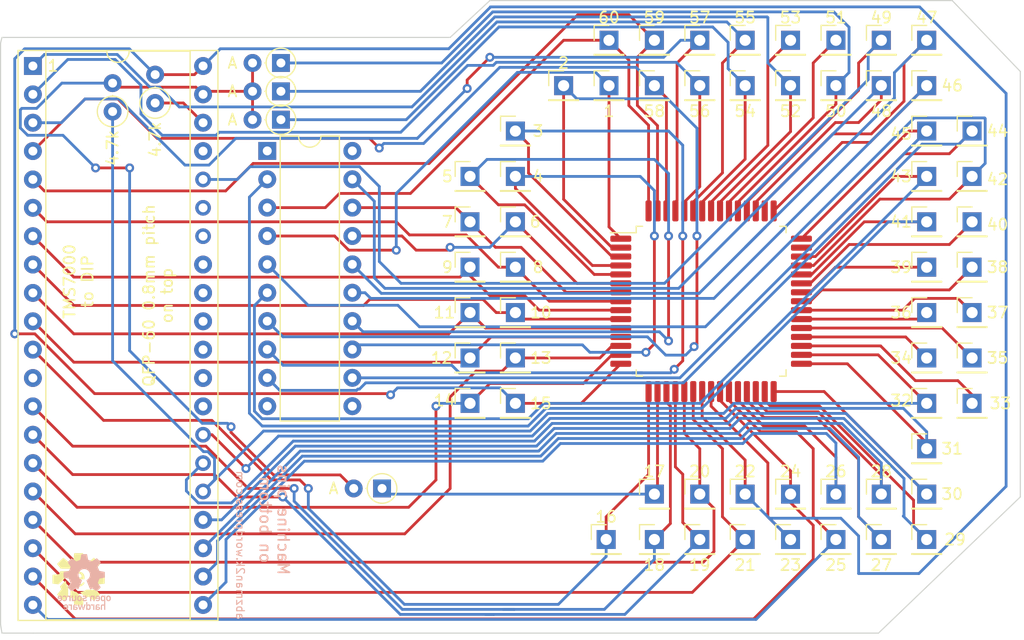
<source format=kicad_pcb>
(kicad_pcb (version 20211014) (generator pcbnew)
  (layers (0 "F.Cu" signal) (31 "B.Cu" signal) (34 "B.Paste" user) (35 "F.Paste" user) (36 "B.SilkS" user "B.Silkscreen") (37 "F.SilkS" user "F.Silkscreen") (38 "B.Mask" user) (39 "F.Mask" user) (44 "Edge.Cuts" user))
  (net 0 "")
  (net 1 "B5")
  (net 2 "B0")
  (net 3 "B2")
  (net 4 "B6")
  (net 5 "B3")
  (net 6 "B7")
  (net 7 "B1")
  (net 8 "Vss")
  (net 9 "B4")
  (net 10 "A1")
  (net 11 "A3")
  (net 12 "A7")
  (net 13 "{slash}INT1")
  (net 14 "A6")
  (net 15 "A0")
  (net 16 "A2")
  (net 17 "A4")
  (net 18 "{slash}INT3")
  (net 19 "{slash}RESET")
  (net 20 "XTAL2")
  (net 21 "D7")
  (net 22 "D4")
  (net 23 "D2")
  (net 24 "D1")
  (net 25 "A5")
  (net 26 "XTAL1")
  (net 27 "D6")
  (net 28 "D5")
  (net 29 "D3")
  (net 30 "Vcc")
  (net 31 "D0")
  (net 32 "C1")
  (net 33 "C3")
  (net 34 "C5")
  (net 35 "C7")
  (net 36 "MC")
  (net 37 "C0")
  (net 38 "C2")
  (net 39 "C4")
  (net 40 "C6")
  (net 41 "{slash}CS1")
  (net 42 "{slash}CS2")
  (net 43 "{slash}CS3")
  (net 44 "{slash}CS4")
  (net 45 "ADDR0")
  (net 46 "ADDR1")
  (net 47 "ADDR2")
  (net 48 "ADDR3")
  (net 49 "ADDR4")
  (net 50 "E1")
  (net 51 "E3")
  (net 52 "E5")
  (net 53 "E7")
  (net 54 "ADDR5")
  (net 55 "ADDR6")
  (net 56 "ADDR7")
  (net 58 "E0")
  (net 59 "E2")
  (net 60 "E4")
  (net 61 "E6")
  (net 65 "CONTRAST1")
  (net 66 "CONTRAST0")
  (net 67 "CONTRAST3")
  (net 68 "CONTRAST2")
  (net 69 "NC6")
  (net 70 "NC5")
  (net 71 "NC4")
  (net 72 "NC3")
  (net 73 "NC2")
  (net 74 "NC1")
  (footprint "Connector_PinHeader_2.54mm:PinHeader_1x01_P2.54mm_Vertical" (layer "F.Cu") (at 200.152 54.356)
    (fp_text reference "J48" hide)
    (fp_text value "Conn_01x01")
  )
  (footprint "Connector_PinHeader_2.54mm:PinHeader_1x01_P2.54mm_Vertical" (layer "F.Cu") (at 179.832 50.292)
    (fp_text reference "J37" hide)
    (fp_text value "Conn_01x01")
  )
  (footprint "Connector_PinHeader_2.54mm:PinHeader_1x01_P2.54mm_Vertical" (layer "F.Cu") (at 175.768 46.228)
    (fp_text reference "J34" hide)
    (fp_text value "Conn_01x01")
  )
  (footprint "Connector_PinHeader_2.54mm:PinHeader_1x01_P2.54mm_Vertical" (layer "F.Cu") (at 187.96 90.932)
    (fp_text reference "J25" hide)
    (fp_text value "Conn_01x01")
  )
  (footprint "Connector_PinHeader_2.54mm:PinHeader_1x01_P2.54mm_Vertical" (layer "F.Cu") (at 183.896 86.868)
    (fp_text reference "J24" hide)
    (fp_text value "Conn_01x01")
  )
  (footprint "Connector_PinHeader_2.54mm:PinHeader_1x01_P2.54mm_Vertical" (layer "F.Cu") (at 204.216 74.676)
    (fp_text reference "J58" hide)
    (fp_text value "Conn_01x01")
  )
  (footprint "Diode_THT:D_DO-35_SOD27_P2.54mm_Vertical_AnodeUp" (layer "F.Cu") (at 151.384 86.36 180)
    (fp_text reference "D4" hide)
    (fp_text value "1N4148")
  )
  (footprint "Connector_PinHeader_2.54mm:PinHeader_1x01_P2.54mm_Vertical" (layer "F.Cu") (at 159.258 78.74)
    (fp_text reference "J16" hide)
    (fp_text value "Conn_01x01")
  )
  (footprint "Connector_PinHeader_2.54mm:PinHeader_1x01_P2.54mm_Vertical" (layer "F.Cu") (at 196.088 50.292)
    (fp_text reference "J45" hide)
    (fp_text value "Conn_01x01")
  )
  (footprint "Resistor_THT:R_Axial_DIN0207_L6.3mm_D2.5mm_P2.54mm_Vertical" (layer "F.Cu") (at 131.064 51.845 90)
    (fp_text reference "R2" hide)
    (fp_text value "4.7k")
  )
  (footprint "Connector_PinHeader_2.54mm:PinHeader_1x01_P2.54mm_Vertical" (layer "F.Cu") (at 163.322 74.676)
    (fp_text reference "J15" hide)
    (fp_text value "Conn_01x01")
  )
  (footprint "Connector_PinHeader_2.54mm:PinHeader_1x01_P2.54mm_Vertical" (layer "F.Cu") (at 187.96 50.292)
    (fp_text reference "J41" hide)
    (fp_text value "Conn_01x01")
  )
  (footprint "Connector_PinHeader_2.54mm:PinHeader_1x01_P2.54mm_Vertical" (layer "F.Cu") (at 200.152 82.804)
    (fp_text reference "J62" hide)
    (fp_text value "Conn_01x01")
  )
  (footprint "Connector_PinHeader_2.54mm:PinHeader_1x01_P2.54mm_Vertical" (layer "F.Cu") (at 200.152 70.612)
    (fp_text reference "J57" hide)
    (fp_text value "Conn_01x01")
  )
  (footprint "Connector_PinHeader_2.54mm:PinHeader_1x01_P2.54mm_Vertical" (layer "F.Cu") (at 204.216 58.42)
    (fp_text reference "J51" hide)
    (fp_text value "Conn_01x01")
  )
  (footprint "Connector_PinHeader_2.54mm:PinHeader_1x01_P2.54mm_Vertical" (layer "F.Cu") (at 196.088 46.228)
    (fp_text reference "J44" hide)
    (fp_text value "Conn_01x01")
  )
  (footprint "Connector_PinHeader_2.54mm:PinHeader_1x01_P2.54mm_Vertical" (layer "F.Cu") (at 163.322 66.548)
    (fp_text reference "J10" hide)
    (fp_text value "Conn_01x01")
  )
  (footprint "Connector_PinHeader_2.54mm:PinHeader_1x01_P2.54mm_Vertical" (layer "F.Cu") (at 163.322 78.74)
    (fp_text reference "J17" hide)
    (fp_text value "Conn_01x01")
  )
  (footprint "Connector_PinHeader_2.54mm:PinHeader_1x01_P2.54mm_Vertical" (layer "F.Cu") (at 171.704 50.292)
    (fp_text reference "J3" hide)
    (fp_text value "Conn_01x01")
  )
  (footprint "Connector_PinHeader_2.54mm:PinHeader_1x01_P2.54mm_Vertical" (layer "F.Cu") (at 183.896 46.228)
    (fp_text reference "J38" hide)
    (fp_text value "Conn_01x01")
  )
  (footprint "Connector_PinHeader_2.54mm:PinHeader_1x01_P2.54mm_Vertical" (layer "F.Cu") (at 179.832 90.932)
    (fp_text reference "J21" hide)
    (fp_text value "Conn_01x01")
  )
  (footprint "Connector_PinHeader_2.54mm:PinHeader_1x01_P2.54mm_Vertical" (layer "F.Cu") (at 175.768 86.868)
    (fp_text reference "J19" hide)
    (fp_text value "Conn_01x01")
  )
  (footprint "Connector_PinHeader_2.54mm:PinHeader_1x01_P2.54mm_Vertical" (layer "F.Cu") (at 192.024 86.868)
    (fp_text reference "J28" hide)
    (fp_text value "Conn_01x01")
  )
  (footprint "Connector_PinHeader_2.54mm:PinHeader_1x01_P2.54mm_Vertical" (layer "F.Cu") (at 183.896 50.292)
    (fp_text reference "J39" hide)
    (fp_text value "Conn_01x01")
  )
  (footprint "Connector_PinHeader_2.54mm:PinHeader_1x01_P2.54mm_Vertical" (layer "F.Cu") (at 179.832 46.228)
    (fp_text reference "J36" hide)
    (fp_text value "Conn_01x01")
  )
  (footprint "Connector_PinHeader_2.54mm:PinHeader_1x01_P2.54mm_Vertical" (layer "F.Cu") (at 163.322 62.484)
    (fp_text reference "J8" hide)
    (fp_text value "Conn_01x01")
  )
  (footprint "Connector_PinHeader_2.54mm:PinHeader_1x01_P2.54mm_Vertical" (layer "F.Cu") (at 171.45 90.932)
    (fp_text reference "J18" hide)
    (fp_text value "Conn_01x01")
  )
  (footprint "Connector_PinHeader_2.54mm:PinHeader_1x01_P2.54mm_Vertical" (layer "F.Cu") (at 179.832 86.868)
    (fp_text reference "J22" hide)
    (fp_text value "Conn_01x01")
  )
  (footprint "Package_DIP:DIP-20_W7.62mm" (layer "F.Cu") (at 141.102 56.134)
    (fp_text reference "J2" hide)
    (fp_text value "DIP20 male pins")
  )
  (footprint "Connector_PinHeader_2.54mm:PinHeader_1x01_P2.54mm_Vertical" (layer "F.Cu") (at 192.024 90.932)
    (fp_text reference "J27" hide)
    (fp_text value "Conn_01x01")
  )
  (footprint "Connector_PinHeader_2.54mm:PinHeader_1x01_P2.54mm_Vertical" (layer "F.Cu") (at 159.258 62.484)
    (fp_text reference "J9" hide)
    (fp_text value "Conn_01x01")
  )
  (footprint "Diode_THT:D_DO-35_SOD27_P2.54mm_Vertical_AnodeUp" (layer "F.Cu") (at 142.32581 50.8 180)
    (fp_text reference "D2" hide)
    (fp_text value "1N4148")
  )
  (footprint "Connector_PinHeader_2.54mm:PinHeader_1x01_P2.54mm_Vertical" (layer "F.Cu") (at 196.088 86.868)
    (fp_text reference "J30" hide)
    (fp_text value "Conn_01x01")
  )
  (footprint "Connector_PinHeader_2.54mm:PinHeader_1x01_P2.54mm_Vertical" (layer "F.Cu") (at 175.768 90.932)
    (fp_text reference "J20" hide)
    (fp_text value "Conn_01x01")
  )
  (footprint "Connector_PinHeader_2.54mm:PinHeader_1x01_P2.54mm_Vertical" (layer "F.Cu") (at 200.152 62.484)
    (fp_text reference "J52" hide)
    (fp_text value "Conn_01x01")
  )
  (footprint "Connector_PinHeader_2.54mm:PinHeader_1x01_P2.54mm_Vertical" (layer "F.Cu") (at 183.896 90.932)
    (fp_text reference "J23" hide)
    (fp_text value "Conn_01x01")
  )
  (footprint "Connector_PinHeader_2.54mm:PinHeader_1x01_P2.54mm_Vertical" (layer "F.Cu") (at 200.152 46.228)
    (fp_text reference "J46" hide)
    (fp_text value "Conn_01x01")
  )
  (footprint "Package_DIP:DIP-40_W15.24mm_Socket" (layer "F.Cu") (at 120.116 48.5315)
    (fp_text reference "U1" hide)
    (fp_text value "DIP40 male pins")
  )
  (footprint "Connector_PinHeader_2.54mm:PinHeader_1x01_P2.54mm_Vertical" (layer "F.Cu") (at 204.216 70.612)
    (fp_text reference "J56" hide)
    (fp_text value "Conn_01x01")
  )
  (footprint "Evan's misc parts:Evan Logo" (layer "F.Cu") (at 124.206 94.488)
    (fp_text reference "G***" hide)
    (fp_text value "LOGO" hide)
  )
  (footprint "Resistor_THT:R_Axial_DIN0207_L6.3mm_D2.5mm_P2.54mm_Vertical" (layer "F.Cu") (at 127.254 52.607 90)
    (fp_text reference "R1" hide)
    (fp_text value "4.7k")
  )
  (footprint "Diode_THT:D_DO-35_SOD27_P2.54mm_Vertical_AnodeUp" (layer "F.Cu") (at 142.32581 53.34 180)
    (fp_text reference "D1" hide)
    (fp_text value "1N4148")
  )
  (footprint "Connector_PinHeader_2.54mm:PinHeader_1x01_P2.54mm_Vertical" (layer "F.Cu") (at 187.96 46.228)
    (fp_text reference "J40" hide)
    (fp_text value "Conn_01x01")
  )
  (footprint "Connector_PinHeader_2.54mm:PinHeader_1x01_P2.54mm_Vertical" (layer "F.Cu") (at 163.322 54.356)
    (fp_text reference "J5" hide)
    (fp_text value "Conn_01x01")
  )
  (footprint "Connector_PinHeader_2.54mm:PinHeader_1x01_P2.54mm_Vertical" (layer "F.Cu") (at 159.258 70.612)
    (fp_text reference "J13" hide)
    (fp_text value "Conn_01x01")
  )
  (footprint "Connector_PinHeader_2.54mm:PinHeader_1x01_P2.54mm_Vertical" (layer "F.Cu") (at 200.152 66.548)
    (fp_text reference "J54" hide)
    (fp_text value "Conn_01x01")
  )
  (footprint "Connector_PinHeader_2.54mm:PinHeader_1x01_P2.54mm_Vertical" (layer "F.Cu") (at 204.216 62.484)
    (fp_text reference "J53" hide)
    (fp_text value "Conn_01x01")
  )
  (footprint "Connector_PinHeader_2.54mm:PinHeader_1x01_P2.54mm_Vertical" (layer "F.Cu") (at 200.152 50.292)
    (fp_text reference "J47" hide)
    (fp_text value "Conn_01x01")
  )
  (footprint "Connector_PinHeader_2.54mm:PinHeader_1x01_P2.54mm_Vertical" (layer "F.Cu") (at 200.152 74.676)
    (fp_text reference "J59" hide)
    (fp_text value "Conn_01x01")
  )
  (footprint "Connector_PinHeader_2.54mm:PinHeader_1x01_P2.54mm_Vertical" (layer "F.Cu") (at 159.258 74.676)
    (fp_text reference "J14" hide)
    (fp_text value "Conn_01x01")
  )
  (footprint "Connector_PinHeader_2.54mm:PinHeader_1x01_P2.54mm_Vertical" (layer "F.Cu") (at 171.704 46.228)
    (fp_text reference "J33" hide)
    (fp_text value "Conn_01x01")
  )
  (footprint "Connector_PinHeader_2.54mm:PinHeader_1x01_P2.54mm_Vertical" (layer "F.Cu") (at 163.322 58.42)
    (fp_text reference "J6" hide)
    (fp_text value "Conn_01x01")
  )
  (footprint "Connector_PinHeader_2.54mm:PinHeader_1x01_P2.54mm_Vertical" (layer "F.Cu") (at 204.216 78.74)
    (fp_text reference "J60" hide)
    (fp_text value "Conn_01x01")
  )
  (footprint "Connector_PinHeader_2.54mm:PinHeader_1x01_P2.54mm_Vertical" (layer "F.Cu") (at 187.96 86.868)
    (fp_text reference "J26" hide)
    (fp_text value "Conn_01x01")
  )
  (footprint "Connector_PinHeader_2.54mm:PinHeader_1x01_P2.54mm_Vertical" (layer "F.Cu") (at 196.088 90.932)
    (fp_text reference "J29" hide)
    (fp_text value "Conn_01x01")
  )
  (footprint "Connector_PinHeader_2.54mm:PinHeader_1x01_P2.54mm_Vertical" (layer "F.Cu") (at 192.024 50.292)
    (fp_text reference "J43" hide)
    (fp_text value "Conn_01x01")
  )
  (footprint "Connector_PinHeader_2.54mm:PinHeader_1x01_P2.54mm_Vertical" (layer "F.Cu") (at 204.216 54.356)
    (fp_text reference "J49" hide)
    (fp_text value "Conn_01x01")
  )
  (footprint "Connector_PinHeader_2.54mm:PinHeader_1x01_P2.54mm_Vertical" (layer "F.Cu") (at 200.152 90.932)
    (fp_text reference "J31" hide)
    (fp_text value "Conn_01x01")
  )
  (footprint "Connector_PinHeader_2.54mm:PinHeader_1x01_P2.54mm_Vertical" (layer "F.Cu") (at 159.258 66.548)
    (fp_text reference "J11" hide)
    (fp_text value "Conn_01x01")
  )
  (footprint "Connector_PinHeader_2.54mm:PinHeader_1x01_P2.54mm_Vertical" (layer "F.Cu") (at 200.152 78.74)
    (fp_text reference "J61" hide)
    (fp_text value "Conn_01x01")
  )
  (footprint "Diode_THT:D_DO-35_SOD27_P2.54mm_Vertical_AnodeUp" (layer "F.Cu") (at 142.32581 48.26 180)
    (fp_text reference "D3" hide)
    (fp_text value "1N4148")
  )
  (footprint "Connector_PinHeader_2.54mm:PinHeader_1x01_P2.54mm_Vertical" (layer "F.Cu") (at 167.64 50.292)
    (fp_text reference "J4" hide)
    (fp_text value "Conn_01x01")
  )
  (footprint "Connector_PinHeader_2.54mm:PinHeader_1x01_P2.54mm_Vertical" (layer "F.Cu") (at 200.152 86.868)
    (fp_text reference "J32" hide)
    (fp_text value "Conn_01x01")
  )
  (footprint "Evan's misc parts:MQFP-60_P0.8mm" (layer "F.Cu") (at 180.848 69.596)
    (fp_text reference "J1" hide)
    (fp_text value "qfp60")
  )
  (footprint "Connector_PinHeader_2.54mm:PinHeader_1x01_P2.54mm_Vertical" (layer "F.Cu") (at 175.768 50.292)
    (fp_text reference "J35" hide)
    (fp_text value "Conn_01x01")
  )
  (footprint "Connector_PinHeader_2.54mm:PinHeader_1x01_P2.54mm_Vertical" (layer "F.Cu") (at 200.152 58.42)
    (fp_text reference "J50" hide)
    (fp_text value "Conn_01x01")
  )
  (footprint "Connector_PinHeader_2.54mm:PinHeader_1x01_P2.54mm_Vertical" (layer "F.Cu") (at 163.322 70.612)
    (fp_text reference "J12" hide)
    (fp_text value "Conn_01x01")
  )
  (footprint "Connector_PinHeader_2.54mm:PinHeader_1x01_P2.54mm_Vertical" (layer "F.Cu") (at 204.216 66.548)
    (fp_text reference "J55" hide)
    (fp_text value "Conn_01x01")
  )
  (footprint "Connector_PinHeader_2.54mm:PinHeader_1x01_P2.54mm_Vertical" (layer "F.Cu") (at 159.258 58.42)
    (fp_text reference "J7" hide)
    (fp_text value "Conn_01x01")
  )
  (footprint "Connector_PinHeader_2.54mm:PinHeader_1x01_P2.54mm_Vertical" (layer "F.Cu") (at 192.024 46.228)
    (fp_text reference "J42" hide)
    (fp_text value "Conn_01x01")
  )
  (footprint "Evan's misc parts:OSHW gear" (layer "B.Cu") (at 124.714 94.742 180)
    (fp_text reference "G***" hide)
    (fp_text value "LOGO" hide)
  )
  (gr_line (start 117.348 99.314) (end 117.221 98.552) (layer "Edge.Cuts") (width 0.1))
  (gr_line (start 120.142 99.314) (end 117.348 99.314) (layer "Edge.Cuts") (width 0.1))
  (gr_line (start 117.221 46.482) (end 117.221 81.407) (layer "Edge.Cuts") (width 0.1))
  (gr_line (start 133.096 45.974) (end 119.634 45.974) (layer "Edge.Cuts") (width 0.1))
  (gr_line (start 208.534 49.022) (end 208.534 87.122) (layer "Edge.Cuts") (width 0.1))
  (gr_line (start 117.348 45.974) (end 117.221 46.482) (layer "Edge.Cuts") (width 0.1))
  (gr_line (start 202.438 42.672) (end 208.534 49.022) (layer "Edge.Cuts") (width 0.1))
  (gr_line (start 119.634 45.974) (end 117.348 45.974) (layer "Edge.Cuts") (width 0.1))
  (gr_line (start 208.534 87.122) (end 195.834 99.314) (layer "Edge.Cuts") (width 0.1))
  (gr_line (start 188.468 42.672) (end 161.036 42.672) (layer "Edge.Cuts") (width 0.1))
  (gr_line (start 157.48 45.974) (end 133.096 45.974) (layer "Edge.Cuts") (width 0.1))
  (gr_line (start 195.834 99.314) (end 120.142 99.314) (layer "Edge.Cuts") (width 0.1))
  (gr_line (start 188.468 42.672) (end 202.438 42.672) (layer "Edge.Cuts") (width 0.1))
  (gr_line (start 117.221 81.407) (end 117.221 98.552) (layer "Edge.Cuts") (width 0.1))
  (gr_line (start 161.036 42.672) (end 157.48 45.974) (layer "Edge.Cuts") (width 0.1))
  (gr_text "Machine pins\non bottom" (at 141.732 89.154 270) (layer "B.SilkS") (effects (font (size 1 1)) (justify mirror)))
  (gr_text "abzman2k.wordpress.com" (at 138.684 91.44 -90) (layer "B.SilkS") (effects (font (size 0.7 0.7) (thickness 0.1)) (justify mirror)))
  (gr_text "26" (at 192.024 84.836) (layer "F.SilkS") (effects (font (size 1 1))))
  (gr_text "35" (at 206.502 74.676) (layer "F.SilkS") (effects (font (size 1 1))))
  (gr_text "54" (at 183.896 52.578) (layer "F.SilkS") (effects (font (size 1 1))))
  (gr_text "21" (at 183.896 93.218) (layer "F.SilkS") (effects (font (size 1 1))))
  (gr_text "37" (at 206.502 70.612) (layer "F.SilkS") (effects (font (size 1 1))))
  (gr_text "46" (at 202.438 50.292) (layer "F.SilkS") (effects (font (size 1 1))))
  (gr_text "22" (at 183.896 84.836) (layer "F.SilkS") (effects (font (size 1 1))))
  (gr_text "TMS7000\nto DIP" (at 124.206 67.818 90) (layer "F.SilkS") (effects (font (size 1 1))))
  (gr_text "50" (at 192.024 52.578) (layer "F.SilkS") (effects (font (size 1 1))))
  (gr_text "33" (at 206.756 78.74) (layer "F.SilkS") (effects (font (size 1 1))))
  (gr_text "17" (at 175.768 84.836) (layer "F.SilkS") (effects (font (size 1 1))))
  (gr_text "48" (at 196.088 52.578) (layer "F.SilkS") (effects (font (size 1 1))))
  (gr_text "29" (at 202.692 90.932) (layer "F.SilkS") (effects (font (size 1 1))))
  (gr_text "2" (at 167.64 48.26) (layer "F.SilkS") (effects (font (size 1 1))))
  (gr_text "13" (at 165.608 74.676) (layer "F.SilkS") (effects (font (size 1 1))))
  (gr_text "11" (at 156.972 70.612) (layer "F.SilkS") (effects (font (size 1 1))))
  (gr_text "28" (at 196.088 84.836) (layer "F.SilkS") (effects (font (size 1 1))))
  (gr_text "57" (at 179.832 44.196) (layer "F.SilkS") (effects (font (size 1 1))))
  (gr_text "34" (at 197.866 74.676) (layer "F.SilkS") (effects (font (size 1 1))))
  (gr_text "10" (at 165.608 70.612) (layer "F.SilkS") (effects (font (size 1 1))))
  (gr_text "56" (at 179.832 52.578) (layer "F.SilkS") (effects (font (size 1 1))))
  (gr_text "45" (at 197.866 54.61) (layer "F.SilkS") (effects (font (size 1 1))))
  (gr_text "47" (at 200.152 44.196) (layer "F.SilkS") (effects (font (size 1 1))))
  (gr_text "20" (at 179.832 84.836) (layer "F.SilkS") (effects (font (size 1 1))))
  (gr_text "23" (at 187.96 93.218) (layer "F.SilkS") (effects (font (size 1 1))))
  (gr_text "40" (at 206.502 62.738) (layer "F.SilkS") (effects (font (size 1 1))))
  (gr_text "58" (at 175.768 52.578) (layer "F.SilkS") (effects (font (size 1 1))))
  (gr_text "7" (at 157.226 62.484) (layer "F.SilkS") (effects (font (size 1 1))))
  (gr_text "30" (at 202.438 86.868) (layer "F.SilkS") (effects (font (size 1 1))))
  (gr_text "60" (at 171.704 44.196) (layer "F.SilkS") (effects (font (size 1 1))))
  (gr_text "49" (at 196.088 44.196) (layer "F.SilkS") (effects (font (size 1 1))))
  (gr_text "31" (at 202.438 82.804) (layer "F.SilkS") (effects (font (size 1 1))))
  (gr_text "8" (at 165.354 66.548) (layer "F.SilkS") (effects (font (size 1 1))))
  (gr_text "38" (at 206.502 66.548) (layer "F.SilkS") (effects (font (size 1 1))))
  (gr_text "19" (at 179.832 93.218) (layer "F.SilkS") (effects (font (size 1 1))))
  (gr_text "12" (at 156.718 74.676) (layer "F.SilkS") (effects (font (size 1 1))))
  (gr_text "24" (at 187.96 84.836) (layer "F.SilkS") (effects (font (size 1 1))))
  (gr_text "16" (at 171.45 88.9) (layer "F.SilkS") (effects (font (size 1 1))))
  (gr_text "36" (at 197.866 70.612) (layer "F.SilkS") (effects (font (size 1 1))))
  (gr_text "53" (at 187.96 44.196) (layer "F.SilkS") (effects (font (size 1 1))))
  (gr_text "1" (at 121.92 48.514) (layer "F.SilkS") (effects (font (size 1 1))))
  (gr_text "5" (at 157.226 58.42) (layer "F.SilkS") (effects (font (size 1 1))))
  (gr_text "42" (at 206.502 58.674) (layer "F.SilkS") (effects (font (size 1 1))))
  (gr_text "32" (at 197.866 78.486) (layer "F.SilkS") (effects (font (size 1 1))))
  (gr_text "59" (at 175.768 44.196) (layer "F.SilkS") (effects (font (size 1 1))))
  (gr_text "15" (at 165.608 78.74) (layer "F.SilkS") (effects (font (size 1 1))))
  (gr_text "55" (at 183.896 44.196) (layer "F.SilkS") (effects (font (size 1 1))))
  (gr_text "4" (at 165.354 58.42) (layer "F.SilkS") (effects (font (size 1 1))))
  (gr_text "1" (at 171.704 52.578) (layer "F.SilkS") (effects (font (size 1 1))))
  (gr_text "44" (at 206.502 54.356) (layer "F.SilkS") (effects (font (size 1 1))))
  (gr_text "27" (at 196.088 93.218) (layer "F.SilkS") (effects (font (size 1 1))))
  (gr_text "41" (at 197.866 62.484) (layer "F.SilkS") (effects (font (size 1 1))))
  (gr_text "18" (at 175.768 93.218) (layer "F.SilkS") (effects (font (size 1 1))))
  (gr_text "39" (at 197.866 66.548) (layer "F.SilkS") (effects (font (size 1 1))))
  (gr_text "25" (at 192.024 93.218) (layer "F.SilkS") (effects (font (size 1 1))))
  (gr_text "14" (at 156.972 78.486) (layer "F.SilkS") (effects (font (size 1 1))))
  (gr_text "52" (at 187.96 52.578) (layer "F.SilkS") (effects (font (size 1 1))))
  (gr_text "6" (at 165.1 62.484) (layer "F.SilkS") (effects (font (size 1 1))))
  (gr_text "51" (at 192.024 44.196) (layer "F.SilkS") (effects (font (size 1 1))))
  (gr_text "QFP-60 0.8mm pitch\non top" (at 131.318 69.088 90) (layer "F.SilkS") (effects (font (size 1 1))))
  (gr_text "9" (at 157.226 66.548) (layer "F.SilkS") (effects (font (size 1 1))))
  (gr_text "3" (at 165.354 54.356) (layer "F.SilkS") (effects (font (size 1 1))))
  (gr_text "43" (at 197.866 58.42) (layer "F.SilkS") (effects (font (size 1 1))))
  (segment (start 179.248 60.717606) (end 179.248 61.5085) (width 0.25) (layer "F.Cu") (net 1))
  (segment (start 181.864 48.26) (end 181.864 58.101606) (width 0.25) (layer "F.Cu") (net 1))
  (segment (start 183.896 46.228) (end 181.864 48.26) (width 0.25) (layer "F.Cu") (net 1))
  (segment (start 181.864 58.101606) (end 179.248 60.717606) (width 0.25) (layer "F.Cu") (net 1))
  (segment (start 154.053425 52.196011) (end 133.222011 52.196011) (width 0.25) (layer "B.Cu") (net 1))
  (segment (start 127.6667 47.498) (end 121.1495 47.498) (width 0.25) (layer "B.Cu") (net 1))
  (segment (start 183.896 46.228) (end 182.25504 44.58704) (width 0.25) (layer "B.Cu") (net 1))
  (segment (start 182.25504 44.58704) (end 161.662396 44.58704) (width 0.25) (layer "B.Cu") (net 1))
  (segment (start 133.222011 52.196011) (end 131.455511 50.429511) (width 0.25) (layer "B.Cu") (net 1))
  (segment (start 130.598211 50.429511) (end 127.6667 47.498) (width 0.25) (layer "B.Cu") (net 1))
  (segment (start 121.1495 47.498) (end 120.116 48.5315) (width 0.25) (layer "B.Cu") (net 1))
  (segment (start 161.662396 44.58704) (end 154.053425 52.196011) (width 0.25) (layer "B.Cu") (net 1))
  (segment (start 131.455511 50.429511) (end 130.598211 50.429511) (width 0.25) (layer "B.Cu") (net 1))
  (segment (start 161.036 47.752) (end 159.004 49.784) (width 0.25) (layer "F.Cu") (net 2))
  (segment (start 177.648 60.717606) (end 177.8 60.565606) (width 0.25) (layer "F.Cu") (net 2))
  (segment (start 177.648 61.5085) (end 177.648 60.717606) (width 0.25) (layer "F.Cu") (net 2))
  (segment (start 159.004 49.784) (end 159.004 50.546) (width 0.25) (layer "F.Cu") (net 2))
  (segment (start 177.8 48.26) (end 179.832 46.228) (width 0.25) (layer "F.Cu") (net 2))
  (segment (start 177.8 60.565606) (end 177.8 48.26) (width 0.25) (layer "F.Cu") (net 2))
  (via (at 161.036 47.752) (size 0.8) (drill 0.4) (layers "F.Cu" "B.Cu") (net 2))
  (via (at 159.004 50.546) (size 0.8) (drill 0.4) (layers "F.Cu" "B.Cu") (net 2))
  (segment (start 133.730282 57.404) (end 127.808771 51.482489) (width 0.25) (layer "B.Cu") (net 2))
  (segment (start 159.004 50.546) (end 154.53115 55.01885) (width 0.25) (layer "B.Cu") (net 2))
  (segment (start 127.808771 51.482489) (end 124.793511 51.482489) (width 0.25) (layer "B.Cu") (net 2))
  (segment (start 124.793511 51.482489) (end 122.6645 53.6115) (width 0.25) (layer "B.Cu") (net 2))
  (segment (start 135.89 57.404) (end 133.730282 57.404) (width 0.25) (layer "B.Cu") (net 2))
  (segment (start 122.6645 53.6115) (end 120.116 53.6115) (width 0.25) (layer "B.Cu") (net 2))
  (segment (start 176.593022 47.752) (end 178.117022 46.228) (width 0.25) (layer "B.Cu") (net 2))
  (segment (start 138.284511 55.009489) (end 135.89 57.404) (width 0.25) (layer "B.Cu") (net 2))
  (segment (start 161.036 47.752) (end 176.593022 47.752) (width 0.25) (layer "B.Cu") (net 2))
  (segment (start 178.117022 46.228) (end 179.832 46.228) (width 0.25) (layer "B.Cu") (net 2))
  (segment (start 154.53115 55.01885) (end 154.521789 55.009489) (width 0.25) (layer "B.Cu") (net 2))
  (segment (start 154.521789 55.009489) (end 138.284511 55.009489) (width 0.25) (layer "B.Cu") (net 2))
  (segment (start 139.836875 57.258511) (end 155.593489 57.258511) (width 0.25) (layer "F.Cu") (net 3))
  (segment (start 120.116 58.6915) (end 121.140511 59.716011) (width 0.25) (layer "F.Cu") (net 3))
  (segment (start 174.244 52.07) (end 174.244 47.752) (width 0.25) (layer "F.Cu") (net 3))
  (segment (start 176.048 53.874) (end 174.244 52.07) (width 0.25) (layer "F.Cu") (net 3))
  (segment (start 173.482 43.942) (end 175.768 46.228) (width 0.25) (layer "F.Cu") (net 3))
  (segment (start 174.244 47.752) (end 175.768 46.228) (width 0.25) (layer "F.Cu") (net 3))
  (segment (start 155.593489 57.258511) (end 168.91 43.942) (width 0.25) (layer "F.Cu") (net 3))
  (segment (start 121.140511 59.716011) (end 137.379375 59.716011) (width 0.25) (layer "F.Cu") (net 3))
  (segment (start 176.048 61.5085) (end 176.048 53.874) (width 0.25) (layer "F.Cu") (net 3))
  (segment (start 137.379375 59.716011) (end 139.836875 57.258511) (width 0.25) (layer "F.Cu") (net 3))
  (segment (start 168.91 43.942) (end 173.482 43.942) (width 0.25) (layer "F.Cu") (net 3))
  (segment (start 147.63248 85.14848) (end 141.664198 85.14848) (width 0.25) (layer "F.Cu") (net 4))
  (segment (start 139.78581 50.8) (end 135.6275 50.8) (width 0.25) (layer "F.Cu") (net 4))
  (segment (start 134.714011 50.429511) (end 135.356 51.0715) (width 0.25) (layer "F.Cu") (net 4))
  (segment (start 125.73 57.658) (end 128.778 57.658) (width 0.25) (layer "F.Cu") (net 4))
  (segment (start 127.616511 50.429511) (end 134.714011 50.429511) (width 0.25) (layer "F.Cu") (net 4))
  (segment (start 139.78581 48.26) (end 139.78581 53.34) (width 0.25) (layer "F.Cu") (net 4))
  (segment (start 137.858859 81.343141) (end 137.858859 80.835141) (width 0.25) (layer "F.Cu") (net 4))
  (segment (start 135.6275 50.8) (end 135.356 51.0715) (width 0.25) (layer "F.Cu") (net 4))
  (segment (start 127.254 50.067) (end 127.616511 50.429511) (width 0.25) (layer "F.Cu") (net 4))
  (segment (start 148.844 86.36) (end 147.63248 85.14848) (width 0.25) (layer "F.Cu") (net 4))
  (segment (start 141.664198 85.14848) (end 137.858859 81.343141) (width 0.25) (layer "F.Cu") (net 4))
  (via (at 137.858859 80.835141) (size 0.8) (drill 0.4) (layers "F.Cu" "B.Cu") (net 4))
  (via (at 125.73 57.658) (size 0.8) (drill 0.4) (layers "F.Cu" "B.Cu") (net 4))
  (via (at 128.778 57.658) (size 0.8) (drill 0.4) (layers "F.Cu" "B.Cu") (net 4))
  (segment (start 127.254 50.067) (end 122.7108 50.067) (width 0.25) (layer "B.Cu") (net 4))
  (segment (start 119.650211 54.736011) (end 122.808011 54.736011) (width 0.25) (layer "B.Cu") (net 4))
  (segment (start 137.550707 80.526989) (end 137.858859 80.835141) (width 0.25) (layer "B.Cu") (net 4))
  (segment (start 128.778 74.0238) (end 135.281189 80.526989) (width 0.25) (layer "B.Cu") (net 4))
  (segment (start 128.778 57.658) (end 128.778 74.0238) (width 0.25) (layer "B.Cu") (net 4))
  (segment (start 122.7108 50.067) (end 120.4538 52.324) (width 0.25) (layer "B.Cu") (net 4))
  (segment (start 118.991489 54.077289) (end 119.650211 54.736011) (width 0.25) (layer "B.Cu") (net 4))
  (segment (start 120.4538 52.324) (end 119.126 52.324) (width 0.25) (layer "B.Cu") (net 4))
  (segment (start 119.126 52.324) (end 118.991489 52.458511) (width 0.25) (layer "B.Cu") (net 4))
  (segment (start 135.281189 80.526989) (end 137.550707 80.526989) (width 0.25) (layer "B.Cu") (net 4))
  (segment (start 122.808011 54.736011) (end 125.73 57.658) (width 0.25) (layer "B.Cu") (net 4))
  (segment (start 118.991489 52.458511) (end 118.991489 54.077289) (width 0.25) (layer "B.Cu") (net 4))
  (segment (start 179.832 59.333606) (end 179.832 50.292) (width 0.25) (layer "F.Cu") (net 6))
  (segment (start 178.448 61.5085) (end 178.448 60.717606) (width 0.25) (layer "F.Cu") (net 6))
  (segment (start 178.448 60.717606) (end 179.832 59.333606) (width 0.25) (layer "F.Cu") (net 6))
  (segment (start 136.797489 54.464511) (end 136.525989 54.736011) (width 0.25) (layer "B.Cu") (net 6))
  (segment (start 177.74152 48.20152) (end 161.611094 48.20152) (width 0.25) (layer "B.Cu") (net 6))
  (segment (start 127.480502 47.94752) (end 123.23998 47.94752) (width 0.25) (layer "B.Cu") (net 6))
  (segment (start 131.698011 54.736011) (end 129.794 52.832) (width 0.25) (layer "B.Cu") (net 6))
  (segment (start 136.525989 54.736011) (end 131.698011 54.736011) (width 0.25) (layer "B.Cu") (net 6))
  (segment (start 129.794 52.832) (end 129.794 50.261018) (width 0.25) (layer "B.Cu") (net 6))
  (segment (start 153.056361 54.464511) (end 136.797489 54.464511) (width 0.25) (layer "B.Cu") (net 6))
  (segment (start 161.336103 48.476511) (end 159.044361 48.476511) (width 0.25) (layer "B.Cu") (net 6))
  (segment (start 123.23998 47.94752) (end 120.116 51.0715) (width 0.25) (layer "B.Cu") (net 6))
  (segment (start 129.794 50.261018) (end 127.480502 47.94752) (width 0.25) (layer "B.Cu") (net 6))
  (segment (start 161.611094 48.20152) (end 161.336103 48.476511) (width 0.25) (layer "B.Cu") (net 6))
  (segment (start 159.044361 48.476511) (end 153.056361 54.464511) (width 0.25) (layer "B.Cu") (net 6))
  (segment (start 179.832 50.292) (end 177.74152 48.20152) (width 0.25) (layer "B.Cu") (net 6))
  (segment (start 150.259489 55.009489) (end 131.246789 55.009489) (width 0.25) (layer "F.Cu") (net 7))
  (segment (start 176.848 51.372) (end 175.768 50.292) (width 0.25) (layer "F.Cu") (net 7))
  (segment (start 176.848 61.5085) (end 176.848 51.372) (width 0.25) (layer "F.Cu") (net 7))
  (segment (start 131.246789 55.009489) (end 127.719789 51.482489) (width 0.25) (layer "F.Cu") (net 7))
  (segment (start 127.719789 51.482489) (end 124.785011 51.482489) (width 0.25) (layer "F.Cu") (net 7))
  (segment (start 151.13 55.88) (end 150.259489 55.009489) (width 0.25) (layer "F.Cu") (net 7))
  (segment (start 124.785011 51.482489) (end 120.116 56.1515) (width 0.25) (layer "F.Cu") (net 7))
  (via (at 151.13 55.88) (size 0.8) (drill 0.4) (layers "F.Cu" "B.Cu") (net 7))
  (segment (start 161.923574 48.65104) (end 155.106244 55.46837) (width 0.25) (layer "B.Cu") (net 7))
  (segment (start 155.106244 55.46837) (end 151.54163 55.46837) (width 0.25) (layer "B.Cu") (net 7))
  (segment (start 174.12704 48.65104) (end 161.923574 48.65104) (width 0.25) (layer "B.Cu") (net 7))
  (segment (start 175.768 50.292) (end 174.12704 48.65104) (width 0.25) (layer "B.Cu") (net 7))
  (segment (start 151.54163 55.46837) (end 151.13 55.88) (width 0.25) (layer "B.Cu") (net 7))
  (segment (start 180.048 77.6835) (end 180.048 79.972) (width 0.25) (layer "F.Cu") (net 8))
  (segment (start 120.290811 72.516011) (end 118.491989 72.516011) (width 0.25) (layer "F.Cu") (net 8))
  (segment (start 180.048 79.972) (end 183.896 83.82) (width 0.25) (layer "F.Cu") (net 8))
  (segment (start 163.322 78.74) (end 169.2165 78.74) (width 0.25) (layer "F.Cu") (net 8))
  (segment (start 169.2165 78.74) (end 172.7605 75.196) (width 0.25) (layer "F.Cu") (net 8))
  (segment (start 152.146 77.978) (end 152.037489 77.869489) (width 0.25) (layer "F.Cu") (net 8))
  (segment (start 185.928 84.074) (end 185.928 88.9) (width 0.25) (layer "F.Cu") (net 8))
  (segment (start 134.5825 49.305) (end 135.356 48.5315) (width 0.25) (layer "F.Cu") (net 8))
  (segment (start 180.848 78.994) (end 185.928 84.074) (width 0.25) (layer "F.Cu") (net 8))
  (segment (start 131.064 49.305) (end 134.5825 49.305) (width 0.25) (layer "F.Cu") (net 8))
  (segment (start 125.644289 77.869489) (end 120.290811 72.516011) (width 0.25) (layer "F.Cu") (net 8))
  (segment (start 180.848 77.6835) (end 180.848 78.994) (width 0.25) (layer "F.Cu") (net 8))
  (segment (start 185.928 88.9) (end 187.96 90.932) (width 0.25) (layer "F.Cu") (net 8))
  (segment (start 183.896 83.82) (end 183.896 86.868) (width 0.25) (layer "F.Cu") (net 8))
  (segment (start 152.037489 77.869489) (end 125.644289 77.869489) (width 0.25) (layer "F.Cu") (net 8))
  (via (at 118.491989 72.516011) (size 0.8) (drill 0.4) (layers "F.Cu" "B.Cu") (net 8))
  (via (at 152.146 77.978) (size 0.8) (drill 0.4) (layers "F.Cu" "B.Cu") (net 8))
  (segment (start 161.09448 43.247802) (end 161.09448 43.23848) (width 0.25) (layer "B.Cu") (net 8))
  (segment (start 118.491989 72.516011) (end 118.491989 47.879989) (width 0.25) (layer "B.Cu") (net 8))
  (segment (start 136.8975 46.99) (end 157.352282 46.99) (width 0.25) (layer "B.Cu") (net 8))
  (segment (start 194.056 93.98) (end 194.056 90.614978) (width 0.25) (layer "B.Cu") (net 8))
  (segment (start 199.453022 93.98) (end 194.056 93.98) (width 0.25) (layer "B.Cu") (net 8))
  (segment (start 161.93504 77.35304) (end 152.77096 77.35304) (width 0.25) (layer "B.Cu") (net 8))
  (segment (start 192.468022 89.027) (end 186.055 89.027) (width 0.25) (layer "B.Cu") (net 8))
  (segment (start 118.491989 47.879989) (end 119.381978 46.99) (width 0.25) (layer "B.Cu") (net 8))
  (segment (start 186.055 89.027) (end 187.96 90.932) (width 0.25) (layer "B.Cu") (net 8))
  (segment (start 128.749 46.99) (end 131.064 49.305) (width 0.25) (layer "B.Cu") (net 8))
  (segment (start 194.056 90.614978) (end 192.468022 89.027) (width 0.25) (layer "B.Cu") (net 8))
  (segment (start 152.77096 77.35304) (end 152.146 77.978) (width 0.25) (layer "B.Cu") (net 8))
  (segment (start 135.356 48.5315) (end 136.8975 46.99) (width 0.25) (layer "B.Cu") (net 8))
  (segment (start 119.381978 46.99) (end 128.749 46.99) (width 0.25) (layer "B.Cu") (net 8))
  (segment (start 207.264 50.990978) (end 207.264 86.169022) (width 0.25) (layer "B.Cu") (net 8))
  (segment (start 199.511502 43.23848) (end 207.264 50.990978) (width 0.25) (layer "B.Cu") (net 8))
  (segment (start 157.352282 46.99) (end 161.09448 43.247802) (width 0.25) (layer "B.Cu") (net 8))
  (segment (start 161.09448 43.23848) (end 199.511502 43.23848) (width 0.25) (layer "B.Cu") (net 8))
  (segment (start 207.264 86.169022) (end 199.453022 93.98) (width 0.25) (layer "B.Cu") (net 8))
  (segment (start 183.896 86.868) (end 186.055 89.027) (width 0.25) (layer "B.Cu") (net 8))
  (segment (start 163.322 78.74) (end 161.93504 77.35304) (width 0.25) (layer "B.Cu") (net 8))
  (segment (start 133.5895 51.845) (end 135.356 53.6115) (width 0.25) (layer "F.Cu") (net 9))
  (segment (start 131.064 51.845) (end 133.5895 51.845) (width 0.25) (layer "F.Cu") (net 9))
  (segment (start 164.147022 69.088) (end 161.036 69.088) (width 0.25) (layer "F.Cu") (net 10))
  (segment (start 161.036 69.088) (end 159.258 67.31) (width 0.25) (layer "F.Cu") (net 10))
  (segment (start 123.780511 67.436011) (end 120.116 63.7715) (width 0.25) (layer "F.Cu") (net 10))
  (segment (start 159.258 67.31) (end 159.258 66.548) (width 0.25) (layer "F.Cu") (net 10))
  (segment (start 158.369989 67.436011) (end 123.780511 67.436011) (width 0.25) (layer "F.Cu") (net 10))
  (segment (start 159.258 66.548) (end 158.369989 67.436011) (width 0.25) (layer "F.Cu") (net 10))
  (segment (start 165.455022 70.396) (end 164.147022 69.088) (width 0.25) (layer "F.Cu") (net 10))
  (segment (start 172.7605 70.396) (end 165.455022 70.396) (width 0.25) (layer "F.Cu") (net 10))
  (segment (start 123.780511 72.516011) (end 120.116 68.8515) (width 0.25) (layer "F.Cu") (net 11))
  (segment (start 160.642 71.996) (end 159.258 70.612) (width 0.25) (layer "F.Cu") (net 11))
  (segment (start 172.7605 71.996) (end 160.642 71.996) (width 0.25) (layer "F.Cu") (net 11))
  (segment (start 157.353989 72.516011) (end 123.780511 72.516011) (width 0.25) (layer "F.Cu") (net 11))
  (segment (start 159.258 70.612) (end 157.353989 72.516011) (width 0.25) (layer "F.Cu") (net 11))
  (segment (start 144.018 85.598) (end 141.478 85.598) (width 0.25) (layer "F.Cu") (net 12))
  (segment (start 126.4485 80.264) (end 120.116 73.9315) (width 0.25) (layer "F.Cu") (net 12))
  (segment (start 144.78 86.36) (end 144.018 85.598) (width 0.25) (layer "F.Cu") (net 12))
  (segment (start 175.248 85.102) (end 171.45 88.9) (width 0.25) (layer "F.Cu") (net 12))
  (segment (start 175.248 77.6835) (end 175.248 85.102) (width 0.25) (layer "F.Cu") (net 12))
  (segment (start 141.478 85.598) (end 136.144 80.264) (width 0.25) (layer "F.Cu") (net 12))
  (segment (start 136.144 80.264) (end 126.4485 80.264) (width 0.25) (layer "F.Cu") (net 12))
  (segment (start 171.45 88.9) (end 171.45 90.932) (width 0.25) (layer "F.Cu") (net 12))
  (via (at 144.78 86.36) (size 0.8) (drill 0.4) (layers "F.Cu" "B.Cu") (net 12))
  (segment (start 144.78 88.136564) (end 144.78 86.36) (width 0.25) (layer "B.Cu") (net 12))
  (segment (start 153.382376 96.73894) (end 144.78 88.136564) (width 0.25) (layer "B.Cu") (net 12))
  (segment (start 171.45 90.932) (end 171.45 92.456) (width 0.25) (layer "B.Cu") (net 12))
  (segment (start 171.45 92.456) (end 167.16706 96.73894) (width 0.25) (layer "B.Cu") (net 12))
  (segment (start 167.16706 96.73894) (end 153.382376 96.73894) (width 0.25) (layer "B.Cu") (net 12))
  (segment (start 176.848 77.6835) (end 176.848 78.64352) (width 0.25) (layer "F.Cu") (net 13))
  (segment (start 177.19848 89.50152) (end 175.768 90.932) (width 0.25) (layer "F.Cu") (net 13))
  (segment (start 123.680511 82.576011) (end 135.609989 82.576011) (width 0.25) (layer "F.Cu") (net 13))
  (segment (start 176.848 78.64352) (end 177.19848 78.994) (width 0.25) (layer "F.Cu") (net 13))
  (segment (start 177.19848 78.994) (end 177.19848 89.50152) (width 0.25) (layer "F.Cu") (net 13))
  (segment (start 143.51 86.36) (end 139.393978 86.36) (width 0.25) (layer "F.Cu") (net 13))
  (segment (start 120.116 79.0115) (end 123.680511 82.576011) (width 0.25) (layer "F.Cu") (net 13))
  (segment (start 139.393978 86.36) (end 135.609989 82.576011) (width 0.25) (layer "F.Cu") (net 13))
  (via (at 143.51 86.36) (size 0.8) (drill 0.4) (layers "F.Cu" "B.Cu") (net 13))
  (segment (start 163.22846 97.18846) (end 153.196178 97.18846) (width 0.25) (layer "B.Cu") (net 13))
  (segment (start 163.22846 97.18846) (end 171.28954 97.18846) (width 0.25) (layer "B.Cu") (net 13))
  (segment (start 162.21246 97.18846) (end 163.22846 97.18846) (width 0.25) (layer "B.Cu") (net 13))
  (segment (start 175.768 92.71) (end 175.768 90.932) (width 0.25) (layer "B.Cu") (net 13))
  (segment (start 171.28954 97.18846) (end 175.768 92.71) (width 0.25) (layer "B.Cu") (net 13))
  (segment (start 153.196178 97.18846) (end 143.51 87.502282) (width 0.25) (layer "B.Cu") (net 13))
  (segment (start 143.51 87.502282) (end 143.51 86.36) (width 0.25) (layer "B.Cu") (net 13))
  (segment (start 169.403606 76.962) (end 161.036 76.962) (width 0.25) (layer "F.Cu") (net 14))
  (segment (start 124.071489 88.046989) (end 153.761011 88.046989) (width 0.25) (layer "F.Cu") (net 14))
  (segment (start 156.21 85.598) (end 156.21 78.994) (width 0.25) (layer "F.Cu") (net 14))
  (segment (start 172.7605 74.396) (end 171.969606 74.396) (width 0.25) (layer "F.Cu") (net 14))
  (segment (start 171.969606 74.396) (end 169.403606 76.962) (width 0.25) (layer "F.Cu") (net 14))
  (segment (start 120.116 84.0915) (end 124.071489 88.046989) (width 0.25) (layer "F.Cu") (net 14))
  (segment (start 153.761011 88.046989) (end 156.21 85.598) (width 0.25) (layer "F.Cu") (net 14))
  (segment (start 161.036 76.962) (end 159.258 78.74) (width 0.25) (layer "F.Cu") (net 14))
  (via (at 156.21 78.994) (size 0.8) (drill 0.4) (layers "F.Cu" "B.Cu") (net 14))
  (segment (start 156.21 78.994) (end 156.464 78.74) (width 0.25) (layer "B.Cu") (net 14))
  (segment (start 156.464 78.74) (end 159.258 78.74) (width 0.25) (layer "B.Cu") (net 14))
  (segment (start 152.662614 62.484) (end 121.3685 62.484) (width 0.25) (layer "F.Cu") (net 15))
  (segment (start 153.837125 63.658511) (end 152.662614 62.484) (width 0.25) (layer "F.Cu") (net 15))
  (segment (start 158.908511 63.658511) (end 153.837125 63.658511) (width 0.25) (layer "F.Cu") (net 15))
  (segment (start 121.3685 62.484) (end 120.116 61.2315) (width 0.25) (layer "F.Cu") (net 15))
  (segment (start 166.37 69.596) (end 163.322 66.548) (width 0.25) (layer "F.Cu") (net 15))
  (segment (start 163.322 66.548) (end 161.798 66.548) (width 0.25) (layer "F.Cu") (net 15))
  (segment (start 172.7605 69.596) (end 166.37 69.596) (width 0.25) (layer "F.Cu") (net 15))
  (segment (start 161.798 66.548) (end 158.908511 63.658511) (width 0.25) (layer "F.Cu") (net 15))
  (segment (start 149.733989 69.976011) (end 123.780511 69.976011) (width 0.25) (layer "F.Cu") (net 16))
  (segment (start 123.780511 69.976011) (end 120.116 66.3115) (width 0.25) (layer "F.Cu") (net 16))
  (segment (start 172.7605 71.196) (end 163.906 71.196) (width 0.25) (layer "F.Cu") (net 16))
  (segment (start 163.322 70.612) (end 161.607022 70.612) (width 0.25) (layer "F.Cu") (net 16))
  (segment (start 150.272511 69.437489) (end 149.733989 69.976011) (width 0.25) (layer "F.Cu") (net 16))
  (segment (start 163.906 71.196) (end 163.322 70.612) (width 0.25) (layer "F.Cu") (net 16))
  (segment (start 161.607022 70.612) (end 160.432511 69.437489) (width 0.25) (layer "F.Cu") (net 16))
  (segment (start 160.432511 69.437489) (end 150.272511 69.437489) (width 0.25) (layer "F.Cu") (net 16))
  (segment (start 123.780511 75.056011) (end 120.116 71.3915) (width 0.25) (layer "F.Cu") (net 17))
  (segment (start 159.258 74.676) (end 158.877989 75.056011) (width 0.25) (layer "F.Cu") (net 17))
  (segment (start 161.138 72.796) (end 159.258 74.676) (width 0.25) (layer "F.Cu") (net 17))
  (segment (start 172.7605 72.796) (end 161.138 72.796) (width 0.25) (layer "F.Cu") (net 17))
  (segment (start 158.877989 75.056011) (end 123.780511 75.056011) (width 0.25) (layer "F.Cu") (net 17))
  (segment (start 177.648 84.43) (end 178.308 85.09) (width 0.25) (layer "F.Cu") (net 19))
  (segment (start 142.494 87.122) (end 138.377978 87.122) (width 0.25) (layer "F.Cu") (net 19))
  (segment (start 178.308 85.09) (end 178.308 89.408) (width 0.25) (layer "F.Cu") (net 19))
  (segment (start 177.648 77.6835) (end 177.648 84.43) (width 0.25) (layer "F.Cu") (net 19))
  (segment (start 138.377978 87.122) (end 136.371989 85.116011) (width 0.25) (layer "F.Cu") (net 19))
  (segment (start 178.308 89.408) (end 179.832 90.932) (width 0.25) (layer "F.Cu") (net 19))
  (segment (start 120.116 81.5515) (end 123.680511 85.116011) (width 0.25) (layer "F.Cu") (net 19))
  (segment (start 123.680511 85.116011) (end 136.371989 85.116011) (width 0.25) (layer "F.Cu") (net 19))
  (via (at 142.494 87.122) (size 0.8) (drill 0.4) (layers "F.Cu" "B.Cu") (net 19))
  (segment (start 153.00998 97.63798) (end 142.494 87.122) (width 0.25) (layer "B.Cu") (net 19))
  (segment (start 160.62998 97.63798) (end 161.39198 97.63798) (width 0.25) (layer "B.Cu") (net 19))
  (segment (start 161.39198 97.63798) (end 173.12602 97.63798) (width 0.25) (layer "B.Cu") (net 19))
  (segment (start 173.12602 97.63798) (end 179.832 90.932) (width 0.25) (layer "B.Cu") (net 19))
  (segment (start 161.39198 97.63798) (end 153.00998 97.63798) (width 0.25) (layer "B.Cu") (net 19))
  (segment (start 120.116 89.1715) (end 123.9085 92.964) (width 0.25) (layer "F.Cu") (net 20))
  (segment (start 180.149022 92.964) (end 181.102 92.011022) (width 0.25) (layer "F.Cu") (net 20))
  (segment (start 123.9085 92.964) (end 180.149022 92.964) (width 0.25) (layer "F.Cu") (net 20))
  (segment (start 181.102 92.011022) (end 181.102 88.138) (width 0.25) (layer "F.Cu") (net 20))
  (segment (start 181.102 88.138) (end 179.832 86.868) (width 0.25) (layer "F.Cu") (net 20))
  (segment (start 179.832 82.804) (end 179.832 86.868) (width 0.25) (layer "F.Cu") (net 20))
  (segment (start 178.448 77.6835) (end 178.448 81.42) (width 0.25) (layer "F.Cu") (net 20))
  (segment (start 178.448 81.42) (end 179.832 82.804) (width 0.25) (layer "F.Cu") (net 20))
  (segment (start 189.992 92.71) (end 189.992 89.662) (width 0.25) (layer "F.Cu") (net 21))
  (segment (start 184.658 98.044) (end 189.992 92.71) (width 0.25) (layer "F.Cu") (net 21))
  (segment (start 187.96 87.63) (end 187.96 86.868) (width 0.25) (layer "F.Cu") (net 21))
  (segment (start 181.648 78.474394) (end 187.96 84.786394) (width 0.25) (layer "F.Cu") (net 21))
  (segment (start 181.648 77.6835) (end 181.648 78.474394) (width 0.25) (layer "F.Cu") (net 21))
  (segment (start 189.992 89.662) (end 187.96 87.63) (width 0.25) (layer "F.Cu") (net 21))
  (segment (start 187.96 84.786394) (end 187.96 86.868) (width 0.25) (layer "F.Cu") (net 21))
  (segment (start 123.9085 98.044) (end 184.658 98.044) (width 0.25) (layer "F.Cu") (net 21))
  (segment (start 120.116 94.2515) (end 123.9085 98.044) (width 0.25) (layer "F.Cu") (net 21))
  (segment (start 190.307586 80.01) (end 194.056 83.758414) (width 0.25) (layer "F.Cu") (net 22))
  (segment (start 184.048 78.474394) (end 185.583606 80.01) (width 0.25) (layer "F.Cu") (net 22))
  (segment (start 184.048 77.6835) (end 184.048 78.474394) (width 0.25) (layer "F.Cu") (net 22))
  (segment (start 194.056 83.758414) (end 194.056 88.9) (width 0.25) (layer "F.Cu") (net 22))
  (segment (start 185.583606 80.01) (end 190.307586 80.01) (width 0.25) (layer "F.Cu") (net 22))
  (segment (start 194.056 88.9) (end 196.088 90.932) (width 0.25) (layer "F.Cu") (net 22))
  (segment (start 136.64775 91.055468) (end 136.64775 92.95975) (width 0.25) (layer "B.Cu") (net 22))
  (segment (start 196.088 90.932) (end 194.056 88.9) (width 0.25) (layer "B.Cu") (net 22))
  (segment (start 194.056 88.9) (end 194.056 83.566) (width 0.25) (layer "B.Cu") (net 22))
  (segment (start 136.64775 92.95975) (end 135.356 94.2515) (width 0.25) (layer "B.Cu") (net 22))
  (segment (start 183.50496 81.88664) (end 167.165385 81.88664) (width 0.25) (layer "B.Cu") (net 22))
  (segment (start 194.056 83.566) (end 191.4776 80.9876) (width 0.25) (layer "B.Cu") (net 22))
  (segment (start 144.234098 83.46912) (end 136.64775 91.055468) (width 0.25) (layer "B.Cu") (net 22))
  (segment (start 167.165385 81.88664) (end 165.582903 83.46912) (width 0.25) (layer "B.Cu") (net 22))
  (segment (start 191.4776 80.9876) (end 184.404 80.9876) (width 0.25) (layer "B.Cu") (net 22))
  (segment (start 165.582903 83.46912) (end 144.234098 83.46912) (width 0.25) (layer "B.Cu") (net 22))
  (segment (start 184.404 80.9876) (end 183.50496 81.88664) (width 0.25) (layer "B.Cu") (net 22))
  (segment (start 198.977489 89.757489) (end 200.152 90.932) (width 0.25) (layer "F.Cu") (net 23))
  (segment (start 186.119126 78.94552) (end 190.514542 78.94552) (width 0.25) (layer "F.Cu") (net 23))
  (segment (start 185.648 77.6835) (end 185.648 78.474394) (width 0.25) (layer "F.Cu") (net 23))
  (segment (start 190.514542 78.94552) (end 198.977489 87.408467) (width 0.25) (layer "F.Cu") (net 23))
  (segment (start 198.977489 87.408467) (end 198.977489 89.757489) (width 0.25) (layer "F.Cu") (net 23))
  (segment (start 185.648 78.474394) (end 186.119126 78.94552) (width 0.25) (layer "F.Cu") (net 23))
  (segment (start 198.12 85.471718) (end 198.12 88.772282) (width 0.25) (layer "B.Cu") (net 23))
  (segment (start 198.12 88.772282) (end 198.056141 88.836141) (width 0.25) (layer "B.Cu") (net 23))
  (segment (start 135.356 89.1715) (end 137.016217 89.1715) (width 0.25) (layer "B.Cu") (net 23))
  (segment (start 192.736842 80.08856) (end 198.12 85.471718) (width 0.25) (layer "B.Cu") (net 23))
  (segment (start 166.792989 80.9876) (end 182.539551 80.9876) (width 0.25) (layer "B.Cu") (net 23))
  (segment (start 182.539551 80.9876) (end 183.438591 80.08856) (width 0.25) (layer "B.Cu") (net 23))
  (segment (start 165.210509 82.57008) (end 166.792989 80.9876) (width 0.25) (layer "B.Cu") (net 23))
  (segment (start 137.016217 89.1715) (end 143.617638 82.57008) (width 0.25) (layer "B.Cu") (net 23))
  (segment (start 143.617638 82.57008) (end 165.210509 82.57008) (width 0.25) (layer "B.Cu") (net 23))
  (segment (start 198.056141 88.836141) (end 200.152 90.932) (width 0.25) (layer "B.Cu") (net 23))
  (segment (start 183.438591 80.08856) (end 192.736842 80.08856) (width 0.25) (layer "B.Cu") (net 23))
  (segment (start 190.9675 77.6835) (end 200.152 86.868) (width 0.25) (layer "F.Cu") (net 24))
  (segment (start 186.448 77.6835) (end 190.9675 77.6835) (width 0.25) (layer "F.Cu") (net 24))
  (segment (start 133.858 86.582378) (end 133.858 85.5895) (width 0.25) (layer "B.Cu") (net 24))
  (segment (start 182.353354 80.53808) (end 166.606792 80.53808) (width 0.25) (layer "B.Cu") (net 24))
  (segment (start 200.152 86.868) (end 192.92304 79.63904) (width 0.25) (layer "B.Cu") (net 24))
  (segment (start 183.252395 79.63904) (end 182.353354 80.53808) (width 0.25) (layer "B.Cu") (net 24))
  (segment (start 166.606792 80.53808) (end 165.024312 82.12056) (width 0.25) (layer "B.Cu") (net 24))
  (segment (start 137.895989 87.656011) (end 134.931633 87.656011) (width 0.25) (layer "B.Cu") (net 24))
  (segment (start 134.931633 87.656011) (end 133.858 86.582378) (width 0.25) (layer "B.Cu") (net 24))
  (segment (start 165.024312 82.12056) (end 143.43144 82.12056) (width 0.25) (layer "B.Cu") (net 24))
  (segment (start 133.858 85.5895) (end 135.356 84.0915) (width 0.25) (layer "B.Cu") (net 24))
  (segment (start 143.43144 82.12056) (end 137.895989 87.656011) (width 0.25) (layer "B.Cu") (net 24))
  (segment (start 192.92304 79.63904) (end 183.252395 79.63904) (width 0.25) (layer "B.Cu") (net 24))
  (segment (start 157.48 78.168978) (end 159.798467 75.850511) (width 0.25) (layer "F.Cu") (net 25))
  (segment (start 162.147489 75.850511) (end 163.322 74.676) (width 0.25) (layer "F.Cu") (net 25))
  (segment (start 163.322 74.676) (end 170.889606 74.676) (width 0.25) (layer "F.Cu") (net 25))
  (segment (start 123.9085 90.424) (end 153.416 90.424) (width 0.25) (layer "F.Cu") (net 25))
  (segment (start 157.48 86.36) (end 157.48 78.168978) (width 0.25) (layer "F.Cu") (net 25))
  (segment (start 120.116 86.6315) (end 123.9085 90.424) (width 0.25) (layer "F.Cu") (net 25))
  (segment (start 153.416 90.424) (end 157.48 86.36) (width 0.25) (layer "F.Cu") (net 25))
  (segment (start 159.798467 75.850511) (end 162.147489 75.850511) (width 0.25) (layer "F.Cu") (net 25))
  (segment (start 170.889606 74.676) (end 171.969606 73.596) (width 0.25) (layer "F.Cu") (net 25))
  (segment (start 171.969606 73.596) (end 172.7605 73.596) (width 0.25) (layer "F.Cu") (net 25))
  (segment (start 179.161011 95.666989) (end 183.896 90.932) (width 0.25) (layer "F.Cu") (net 26))
  (segment (start 181.864 82.804) (end 181.864 88.9) (width 0.25) (layer "F.Cu") (net 26))
  (segment (start 179.248 80.188) (end 181.864 82.804) (width 0.25) (layer "F.Cu") (net 26))
  (segment (start 179.248 77.6835) (end 179.248 80.188) (width 0.25) (layer "F.Cu") (net 26))
  (segment (start 120.116 91.7115) (end 124.071489 95.666989) (width 0.25) (layer "F.Cu") (net 26))
  (segment (start 181.864 88.9) (end 183.896 90.932) (width 0.25) (layer "F.Cu") (net 26))
  (segment (start 124.071489 95.666989) (end 179.161011 95.666989) (width 0.25) (layer "F.Cu") (net 26))
  (segment (start 182.448 77.6835) (end 182.448 78.474394) (width 0.25) (layer "F.Cu") (net 27))
  (segment (start 182.448 78.474394) (end 185.253606 81.28) (width 0.25) (layer "F.Cu") (net 27))
  (segment (start 185.253606 81.28) (end 188.468 81.28) (width 0.25) (layer "F.Cu") (net 27))
  (segment (start 188.468 81.28) (end 189.992 82.804) (width 0.25) (layer "F.Cu") (net 27))
  (segment (start 189.992 82.804) (end 189.992 88.9) (width 0.25) (layer "F.Cu") (net 27))
  (segment (start 189.992 88.9) (end 192.024 90.932) (width 0.25) (layer "F.Cu") (net 27))
  (segment (start 184.8685 98.0875) (end 192.024 90.932) (width 0.25) (layer "B.Cu") (net 27))
  (segment (start 120.116 96.7915) (end 121.412 98.0875) (width 0.25) (layer "B.Cu") (net 27))
  (segment (start 121.412 98.0875) (end 184.8685 98.0875) (width 0.25) (layer "B.Cu") (net 27))
  (segment (start 183.248 77.6835) (end 183.248 78.474394) (width 0.25) (layer "F.Cu") (net 28))
  (segment (start 183.248 78.474394) (end 185.545606 80.772) (width 0.25) (layer "F.Cu") (net 28))
  (segment (start 192.024 83.566) (end 192.024 86.868) (width 0.25) (layer "F.Cu") (net 28))
  (segment (start 189.23 80.772) (end 192.024 83.566) (width 0.25) (layer "F.Cu") (net 28))
  (segment (start 185.545606 80.772) (end 189.23 80.772) (width 0.25) (layer "F.Cu") (net 28))
  (segment (start 165.769103 83.918639) (end 144.420296 83.91864) (width 0.25) (layer "B.Cu") (net 28))
  (segment (start 192.024 82.296) (end 191.16512 81.43712) (width 0.25) (layer "B.Cu") (net 28))
  (segment (start 167.351582 82.33616) (end 165.769103 83.918639) (width 0.25) (layer "B.Cu") (net 28))
  (segment (start 137.40975 94.73775) (end 135.356 96.7915) (width 0.25) (layer "B.Cu") (net 28))
  (segment (start 191.16512 81.43712) (end 184.590198 81.43712) (width 0.25) (layer "B.Cu") (net 28))
  (segment (start 137.40975 90.929186) (end 137.40975 94.73775) (width 0.25) (layer "B.Cu") (net 28))
  (segment (start 144.420296 83.91864) (end 137.40975 90.929186) (width 0.25) (layer "B.Cu") (net 28))
  (segment (start 184.590198 81.43712) (end 183.691157 82.33616) (width 0.25) (layer "B.Cu") (net 28))
  (segment (start 192.024 86.868) (end 192.024 82.296) (width 0.25) (layer "B.Cu") (net 28))
  (segment (start 183.691157 82.33616) (end 167.351582 82.33616) (width 0.25) (layer "B.Cu") (net 28))
  (segment (start 185.875606 79.502) (end 190.435304 79.502) (width 0.25) (layer "F.Cu") (net 29))
  (segment (start 184.848 77.6835) (end 184.848 78.474394) (width 0.25) (layer "F.Cu") (net 29))
  (segment (start 190.435304 79.502) (end 196.088 85.154696) (width 0.25) (layer "F.Cu") (net 29))
  (segment (start 184.848 78.474394) (end 185.875606 79.502) (width 0.25) (layer "F.Cu") (net 29))
  (segment (start 196.088 85.154696) (end 196.088 86.868) (width 0.25) (layer "F.Cu") (net 29))
  (segment (start 183.25096 81.43712) (end 184.15 80.53808) (width 0.25) (layer "B.Cu") (net 29))
  (segment (start 196.088 84.075436) (end 196.088 86.868) (width 0.25) (layer "B.Cu") (net 29))
  (segment (start 135.356 91.7115) (end 144.0479 83.0196) (width 0.25) (layer "B.Cu") (net 29))
  (segment (start 144.0479 83.0196) (end 165.396706 83.0196) (width 0.25) (layer "B.Cu") (net 29))
  (segment (start 192.550644 80.53808) (end 196.088 84.075436) (width 0.25) (layer "B.Cu") (net 29))
  (segment (start 166.979187 81.43712) (end 183.25096 81.43712) (width 0.25) (layer "B.Cu") (net 29))
  (segment (start 184.15 80.53808) (end 192.550644 80.53808) (width 0.25) (layer "B.Cu") (net 29))
  (segment (start 165.396706 83.0196) (end 166.979187 81.43712) (width 0.25) (layer "B.Cu") (net 29))
  (segment (start 188.9355 74.396) (end 195.808 74.396) (width 0.25) (layer "F.Cu") (net 30))
  (segment (start 195.808 74.396) (end 200.152 78.74) (width 0.25) (layer "F.Cu") (net 30))
  (segment (start 182.879999 78.74) (end 200.152 78.74) (width 0.25) (layer "B.Cu") (net 30))
  (segment (start 135.390989 83.066989) (end 127.254 74.93) (width 0.25) (layer "B.Cu") (net 30))
  (segment (start 140.76598 81.22152) (end 164.651916 81.22152) (width 0.25) (layer "B.Cu") (net 30))
  (segment (start 135.780367 83.066989) (end 135.390989 83.066989) (width 0.25) (layer "B.Cu") (net 30))
  (segment (start 164.651916 81.22152) (end 166.234396 79.63904) (width 0.25) (layer "B.Cu") (net 30))
  (segment (start 127.254 74.93) (end 127.254 52.607) (width 0.25) (layer "B.Cu") (net 30))
  (segment (start 136.380511 85.606989) (end 136.380511 83.667133) (width 0.25) (layer "B.Cu") (net 30))
  (segment (start 135.356 86.6315) (end 136.380511 85.606989) (width 0.25) (layer "B.Cu") (net 30))
  (segment (start 136.380511 83.667133) (end 135.780367 83.066989) (width 0.25) (layer "B.Cu") (net 30))
  (segment (start 166.234396 79.63904) (end 181.98096 79.63904) (width 0.25) (layer "B.Cu") (net 30))
  (segment (start 181.98096 79.63904) (end 182.879999 78.74) (width 0.25) (layer "B.Cu") (net 30))
  (segment (start 135.356 86.6315) (end 140.76598 81.22152) (width 0.25) (layer "B.Cu") (net 30))
  (segment (start 200.152 82.296) (end 200.152 82.804) (width 0.25) (layer "F.Cu") (net 31))
  (segment (start 136.1615 81.5515) (end 135.356 81.5515) (width 0.25) (layer "F.Cu") (net 31))
  (segment (start 139.192 84.582) (end 136.1615 81.5515) (width 0.25) (layer "F.Cu") (net 31))
  (segment (start 188.9355 75.196) (end 193.052 75.196) (width 0.25) (layer "F.Cu") (net 31))
  (segment (start 193.052 75.196) (end 200.152 82.296) (width 0.25) (layer "F.Cu") (net 31))
  (via (at 139.192 84.582) (size 0.8) (drill 0.4) (layers "F.Cu" "B.Cu") (net 31))
  (segment (start 141.224 82.55) (end 142.10296 81.67104) (width 0.25) (layer "B.Cu") (net 31))
  (segment (start 183.066197 79.18952) (end 198.06152 79.18952) (width 0.25) (layer "B.Cu") (net 31))
  (segment (start 164.838114 81.67104) (end 166.420594 80.08856) (width 0.25) (layer "B.Cu") (net 31))
  (segment (start 140.716 83.058) (end 141.224 82.55) (width 0.25) (layer "B.Cu") (net 31))
  (segment (start 141.224 82.55) (end 139.192 84.582) (width 0.25) (layer "B.Cu") (net 31))
  (segment (start 142.10296 81.67104) (end 164.838114 81.67104) (width 0.25) (layer "B.Cu") (net 31))
  (segment (start 200.152 81.28) (end 200.152 82.804) (width 0.25) (layer "B.Cu") (net 31))
  (segment (start 198.06152 79.18952) (end 200.152 81.28) (width 0.25) (layer "B.Cu") (net 31))
  (segment (start 182.167157 80.088559) (end 183.066197 79.18952) (width 0.25) (layer "B.Cu") (net 31))
  (segment (start 166.420594 80.08856) (end 182.167157 80.088559) (width 0.25) (layer "B.Cu") (net 31))
  (segment (start 184.048 61.5085) (end 184.048 60.717606) (width 0.25) (layer "F.Cu") (net 36))
  (segment (start 194.056 48.26) (end 196.088 46.228) (width 0.25) (layer "F.Cu") (net 36))
  (segment (start 194.056 50.709606) (end 194.056 48.26) (width 0.25) (layer "F.Cu") (net 36))
  (segment (start 184.048 60.717606) (end 194.056 50.709606) (width 0.25) (layer "F.Cu") (net 36))
  (segment (start 138.4125 58.6915) (end 135.356 58.6915) (width 0.25) (layer "B.Cu") (net 36))
  (segment (start 139.554511 57.549489) (end 138.4125 58.6915) (width 0.25) (layer "B.Cu") (net 36))
  (segment (start 151.13752 59.322432) (end 149.364577 57.549489) (width 0.25) (layer "B.Cu") (net 36))
  (segment (start 176.671582 67.99344) (end 153.08344 67.99344) (width 0.25) (layer "B.Cu") (net 36))
  (segment (start 196.088 46.228) (end 194.913489 47.402511) (width 0.25) (layer "B.Cu") (net 36))
  (segment (start 194.913489 49.751533) (end 176.671582 67.99344) (width 0.25) (layer "B.Cu") (net 36))
  (segment (start 153.08344 67.99344) (end 151.13752 66.04752) (width 0.25) (layer "B.Cu") (net 36))
  (segment (start 149.364577 57.549489) (end 139.554511 57.549489) (width 0.25) (layer "B.Cu") (net 36))
  (segment (start 194.913489 47.402511) (end 194.913489 49.751533) (width 0.25) (layer "B.Cu") (net 36))
  (segment (start 151.13752 66.04752) (end 151.13752 59.322432) (width 0.25) (layer "B.Cu") (net 36))
  (segment (start 183.896 56.869606) (end 183.896 50.292) (width 0.25) (layer "F.Cu") (net 41))
  (segment (start 180.048 61.5085) (end 180.048 60.717606) (width 0.25) (layer "F.Cu") (net 41))
  (segment (start 180.048 60.717606) (end 183.896 56.869606) (width 0.25) (layer "F.Cu") (net 41))
  (segment (start 161.848594 45.03656) (end 180.989582 45.03656) (width 0.25) (layer "B.Cu") (net 41))
  (segment (start 182.372 46.418978) (end 182.372 48.768) (width 0.25) (layer "B.Cu") (net 41))
  (segment (start 180.989582 45.03656) (end 182.372 46.418978) (width 0.25) (layer "B.Cu") (net 41))
  (segment (start 153.545154 53.34) (end 161.848594 45.03656) (width 0.25) (layer "B.Cu") (net 41))
  (segment (start 142.32581 53.34) (end 153.545154 53.34) (width 0.25) (layer "B.Cu") (net 41))
  (segment (start 182.372 48.768) (end 183.896 50.292) (width 0.25) (layer "B.Cu") (net 41))
  (segment (start 181.648 60.717606) (end 187.96 54.405606) (width 0.25) (layer "F.Cu") (net 42))
  (segment (start 187.96 54.405606) (end 187.96 50.292) (width 0.25) (layer "F.Cu") (net 42))
  (segment (start 181.648 61.5085) (end 181.648 60.717606) (width 0.25) (layer "F.Cu") (net 42))
  (segment (start 154.813717 50.8) (end 142.32581 50.8) (width 0.25) (layer "B.Cu") (net 42))
  (segment (start 185.86952 44.13752) (end 161.476198 44.13752) (width 0.25) (layer "B.Cu") (net 42))
  (segment (start 185.928 48.26) (end 185.928 44.196) (width 0.25) (layer "B.Cu") (net 42))
  (segment (start 161.476198 44.13752) (end 154.813717 50.8) (width 0.25) (layer "B.Cu") (net 42))
  (segment (start 185.928 44.196) (end 185.86952 44.13752) (width 0.25) (layer "B.Cu") (net 42))
  (segment (start 187.96 50.292) (end 185.928 48.26) (width 0.25) (layer "B.Cu") (net 42))
  (segment (start 183.248 60.717606) (end 192.024 51.941606) (width 0.25) (layer "F.Cu") (net 43))
  (segment (start 192.024 51.941606) (end 192.024 50.292) (width 0.25) (layer "F.Cu") (net 43))
  (segment (start 183.248 61.5085) (end 183.248 60.717606) (width 0.25) (layer "F.Cu") (net 43))
  (segment (start 192.024 50.292) (end 193.198511 49.117489) (width 0.25) (layer "B.Cu") (net 43))
  (segment (start 156.718 48.26) (end 142.32581 48.26) (width 0.25) (layer "B.Cu") (net 43))
  (segment (start 191.833022 43.688) (end 161.29 43.688) (width 0.25) (layer "B.Cu") (net 43))
  (segment (start 193.198511 49.117489) (end 193.198511 45.053489) (width 0.25) (layer "B.Cu") (net 43))
  (segment (start 193.198511 45.053489) (end 191.833022 43.688) (width 0.25) (layer "B.Cu") (net 43))
  (segment (start 161.29 43.688) (end 156.718 48.26) (width 0.25) (layer "B.Cu") (net 43))
  (segment (start 176.048 86.588) (end 175.768 86.868) (width 0.25) (layer "F.Cu") (net 44))
  (segment (start 176.048 77.6835) (end 176.048 86.588) (width 0.25) (layer "F.Cu") (net 44))
  (segment (start 175.768 86.868) (end 151.892 86.868) (width 0.25) (layer "B.Cu") (net 44))
  (segment (start 151.892 86.868) (end 151.384 86.36) (width 0.25) (layer "B.Cu") (net 44))
  (segment (start 189.853436 67.196) (end 194.565436 62.484) (width 0.25) (layer "F.Cu") (net 45))
  (segment (start 194.565436 62.484) (end 200.152 62.484) (width 0.25) (layer "F.Cu") (net 45))
  (segment (start 188.9355 67.196) (end 189.853436 67.196) (width 0.25) (layer "F.Cu") (net 45))
  (segment (start 180.018198 79.18952) (end 196.723718 62.484) (width 0.25) (layer "B.Cu") (net 45))
  (segment (start 139.50448 79.622497) (end 140.653983 80.772) (width 0.25) (layer "B.Cu") (net 45))
  (segment (start 196.723718 62.484) (end 200.152 62.484) (width 0.25) (layer "B.Cu") (net 45))
  (segment (start 140.653983 80.772) (end 164.465718 80.772) (width 0.25) (layer "B.Cu") (net 45))
  (segment (start 139.50448 60.27152) (end 139.50448 79.622497) (width 0.25) (layer "B.Cu") (net 45))
  (segment (start 141.102 58.674) (end 139.50448 60.27152) (width 0.25) (layer "B.Cu") (net 45))
  (segment (start 166.048198 79.18952) (end 180.018198 79.18952) (width 0.25) (layer "B.Cu") (net 45))
  (segment (start 164.465718 80.772) (end 166.048198 79.18952) (width 0.25) (layer "B.Cu") (net 45))
  (segment (start 190.017718 66.396) (end 195.961718 60.452) (width 0.25) (layer "F.Cu") (net 46))
  (segment (start 202.184 60.452) (end 204.216 58.42) (width 0.25) (layer "F.Cu") (net 46))
  (segment (start 195.961718 60.452) (end 202.184 60.452) (width 0.25) (layer "F.Cu") (net 46))
  (segment (start 188.9355 66.396) (end 190.017718 66.396) (width 0.25) (layer "F.Cu") (net 46))
  (segment (start 205.390511 53.244511) (end 205.327489 53.181489) (width 0.25) (layer "B.Cu") (net 46))
  (segment (start 152.799489 69.958511) (end 144.766511 69.958511) (width 0.25) (layer "B.Cu") (net 46))
  (segment (start 205.327489 53.181489) (end 199.040511 53.181489) (width 0.25) (layer "B.Cu") (net 46))
  (segment (start 144.766511 69.958511) (end 141.102 66.294) (width 0.25) (layer "B.Cu") (net 46))
  (segment (start 204.216 58.42) (end 205.390511 57.245489) (width 0.25) (layer "B.Cu") (net 46))
  (segment (start 199.040511 53.181489) (end 180.34 71.882) (width 0.25) (layer "B.Cu") (net 46))
  (segment (start 205.390511 57.245489) (end 205.390511 53.244511) (width 0.25) (layer "B.Cu") (net 46))
  (segment (start 154.722978 71.882) (end 152.799489 69.958511) (width 0.25) (layer "B.Cu") (net 46))
  (segment (start 180.34 71.882) (end 154.722978 71.882) (width 0.25) (layer "B.Cu") (net 46))
  (segment (start 188.9355 65.596) (end 190.182 65.596) (width 0.25) (layer "F.Cu") (net 47))
  (segment (start 200.152 58.42) (end 197.358 58.42) (width 0.25) (layer "F.Cu") (net 47))
  (segment (start 197.358 58.42) (end 190.182 65.596) (width 0.25) (layer "F.Cu") (net 47))
  (segment (start 141.102 68.834) (end 139.954 69.982) (width 0.25) (layer "B.Cu") (net 47))
  (segment (start 179.832 78.74) (end 200.152 58.42) (width 0.25) (layer "B.Cu") (net 47))
  (segment (start 139.954 69.982) (end 139.954 79.4363) (width 0.25) (layer "B.Cu") (net 47))
  (segment (start 140.636211 80.118511) (end 164.483489 80.118511) (width 0.25) (layer "B.Cu") (net 47))
  (segment (start 139.954 79.4363) (end 140.636211 80.118511) (width 0.25) (layer "B.Cu") (net 47))
  (segment (start 165.862 78.74) (end 179.832 78.74) (width 0.25) (layer "B.Cu") (net 47))
  (segment (start 164.483489 80.118511) (end 165.862 78.74) (width 0.25) (layer "B.Cu") (net 47))
  (segment (start 188.9355 64.796) (end 189.726394 64.796) (width 0.25) (layer "F.Cu") (net 48))
  (segment (start 198.134394 56.388) (end 202.184 56.388) (width 0.25) (layer "F.Cu") (net 48))
  (segment (start 189.726394 64.796) (end 198.134394 56.388) (width 0.25) (layer "F.Cu") (net 48))
  (segment (start 202.184 56.388) (end 204.216 54.356) (width 0.25) (layer "F.Cu") (net 48))
  (segment (start 203.041489 55.530511) (end 204.216 54.356) (width 0.25) (layer "B.Cu") (net 48))
  (segment (start 178.36648 76.90352) (end 199.739489 55.530511) (width 0.25) (layer "B.Cu") (net 48))
  (segment (start 149.098 77.578511) (end 149.206511 77.47) (width 0.25) (layer "B.Cu") (net 48))
  (segment (start 149.352 77.47) (end 149.91848 76.90352) (width 0.25) (layer "B.Cu") (net 48))
  (segment (start 149.91848 76.90352) (end 178.36648 76.90352) (width 0.25) (layer "B.Cu") (net 48))
  (segment (start 199.739489 55.530511) (end 203.041489 55.530511) (width 0.25) (layer "B.Cu") (net 48))
  (segment (start 141.102 76.454) (end 142.226511 77.578511) (width 0.25) (layer "B.Cu") (net 48))
  (segment (start 142.226511 77.578511) (end 149.098 77.578511) (width 0.25) (layer "B.Cu") (net 48))
  (segment (start 149.206511 77.47) (end 149.352 77.47) (width 0.25) (layer "B.Cu") (net 48))
  (segment (start 198.5755 54.356) (end 200.152 54.356) (width 0.25) (layer "F.Cu") (net 49))
  (segment (start 188.9355 63.996) (end 198.5755 54.356) (width 0.25) (layer "F.Cu") (net 49))
  (segment (start 148.722 76.454) (end 178.054 76.454) (width 0.25) (layer "B.Cu") (net 49))
  (segment (start 178.054 76.454) (end 200.152 54.356) (width 0.25) (layer "B.Cu") (net 49))
  (segment (start 148.4017 65.024) (end 152.654 65.024) (width 0.25) (layer "F.Cu") (net 50))
  (segment (start 141.102 63.754) (end 147.1317 63.754) (width 0.25) (layer "F.Cu") (net 50))
  (segment (start 147.1317 63.754) (end 148.4017 65.024) (width 0.25) (layer "F.Cu") (net 50))
  (segment (start 171.704 62.9395) (end 171.704 50.292) (width 0.25) (layer "F.Cu") (net 50))
  (segment (start 172.7605 63.996) (end 171.704 62.9395) (width 0.25) (layer "F.Cu") (net 50))
  (via (at 152.654 65.024) (size 0.8) (drill 0.4) (layers "F.Cu" "B.Cu") (net 50))
  (segment (start 163.49744 49.10056) (end 152.654 59.944) (width 0.25) (layer "B.Cu") (net 50))
  (segment (start 152.654 59.944) (end 152.654 65.024) (width 0.25) (layer "B.Cu") (net 50))
  (segment (start 170.51256 49.10056) (end 163.49744 49.10056) (width 0.25) (layer "B.Cu") (net 50))
  (segment (start 171.704 50.292) (end 170.51256 49.10056) (width 0.25) (layer "B.Cu") (net 50))
  (segment (start 164.496511 58.122905) (end 164.496511 55.530511) (width 0.25) (layer "F.Cu") (net 51))
  (segment (start 178.308 63.754) (end 178.308 74.93) (width 0.25) (layer "F.Cu") (net 51))
  (segment (start 178.308 74.93) (end 177.546 75.692) (width 0.25) (layer "F.Cu") (net 51))
  (segment (start 164.496511 55.530511) (end 163.322 54.356) (width 0.25) (layer "F.Cu") (net 51))
  (segment (start 172.7605 65.596) (end 171.969606 65.596) (width 0.25) (layer "F.Cu") (net 51))
  (segment (start 171.969606 65.596) (end 164.496511 58.122905) (width 0.25) (layer "F.Cu") (net 51))
  (via (at 178.308 63.754) (size 0.8) (drill 0.4) (layers "F.Cu" "B.Cu") (net 51))
  (via (at 177.546 75.692) (size 0.8) (drill 0.4) (layers "F.Cu" "B.Cu") (net 51))
  (segment (start 163.322 54.356) (end 177.038 54.356) (width 0.25) (layer "B.Cu") (net 51))
  (segment (start 158.30048 76.00448) (end 173.79448 76.00448) (width 0.25) (layer "B.Cu") (net 51))
  (segment (start 157.625489 75.329489) (end 158.30048 76.00448) (width 0.25) (layer "B.Cu") (net 51))
  (segment (start 177.23352 76.00448) (end 173.79448 76.00448) (width 0.25) (layer "B.Cu") (net 51))
  (segment (start 173.79448 76.00448) (end 174.69352 76.00448) (width 0.25) (layer "B.Cu") (net 51))
  (segment (start 178.308 55.626) (end 178.308 63.754) (width 0.25) (layer "B.Cu") (net 51))
  (segment (start 141.102 73.914) (end 142.517489 75.329489) (width 0.25) (layer "B.Cu") (net 51))
  (segment (start 177.038 54.356) (end 178.308 55.626) (width 0.25) (layer "B.Cu") (net 51))
  (segment (start 142.517489 75.329489) (end 157.625489 75.329489) (width 0.25) (layer "B.Cu") (net 51))
  (segment (start 177.546 75.692) (end 177.23352 76.00448) (width 0.25) (layer "B.Cu") (net 51))
  (segment (start 172.7605 67.196) (end 170.383022 67.196) (width 0.25) (layer "F.Cu") (net 52))
  (segment (start 161.798 60.96) (end 159.258 58.42) (width 0.25) (layer "F.Cu") (net 52))
  (segment (start 177.038 63.754) (end 177.038 73.152) (width 0.25) (layer "F.Cu") (net 52))
  (segment (start 164.147022 60.96) (end 161.798 60.96) (width 0.25) (layer "F.Cu") (net 52))
  (segment (start 170.383022 67.196) (end 164.147022 60.96) (width 0.25) (layer "F.Cu") (net 52))
  (via (at 177.038 73.152) (size 0.8) (drill 0.4) (layers "F.Cu" "B.Cu") (net 52))
  (via (at 177.038 63.754) (size 0.8) (drill 0.4) (layers "F.Cu" "B.Cu") (net 52))
  (segment (start 176.21752 72.33152) (end 175.20152 72.33152) (width 0.25) (layer "B.Cu") (net 52))
  (segment (start 149.67952 72.33152) (end 175.20152 72.33152) (width 0.25) (layer "B.Cu") (net 52))
  (segment (start 175.768 56.896) (end 177.038 58.166) (width 0.25) (layer "B.Cu") (net 52))
  (segment (start 148.722 71.374) (end 149.67952 72.33152) (width 0.25) (layer "B.Cu") (net 52))
  (segment (start 177.038 58.166) (end 177.038 63.754) (width 0.25) (layer "B.Cu") (net 52))
  (segment (start 177.038 73.152) (end 176.21752 72.33152) (width 0.25) (layer "B.Cu") (net 52))
  (segment (start 160.782 56.896) (end 175.768 56.896) (width 0.25) (layer "B.Cu") (net 52))
  (segment (start 159.258 58.42) (end 160.782 56.896) (width 0.25) (layer "B.Cu") (net 52))
  (segment (start 161.544 64.77) (end 159.258 62.484) (width 0.25) (layer "F.Cu") (net 53))
  (segment (start 157.988 61.214) (end 159.258 62.484) (width 0.25) (layer "F.Cu") (net 53))
  (segment (start 172.7605 68.796) (end 167.856 68.796) (width 0.25) (layer "F.Cu") (net 53))
  (segment (start 167.856 68.796) (end 163.83 64.77) (width 0.25) (layer "F.Cu") (net 53))
  (segment (start 163.83 64.77) (end 161.544 64.77) (width 0.25) (layer "F.Cu") (net 53))
  (segment (start 148.722 61.214) (end 157.988 61.214) (width 0.25) (layer "F.Cu") (net 53))
  (segment (start 192.5845 55.372) (end 195.072 55.372) (width 0.25) (layer "F.Cu") (net 54))
  (segment (start 186.448 61.5085) (end 192.5845 55.372) (width 0.25) (layer "F.Cu") (net 54))
  (segment (start 195.072 55.372) (end 200.152 50.292) (width 0.25) (layer "F.Cu") (net 54))
  (segment (start 149.86 68.834) (end 148.722 68.834) (width 0.25) (layer "B.Cu") (net 54))
  (segment (start 181.102 69.342) (end 150.368 69.342) (width 0.25) (layer "B.Cu") (net 54))
  (segment (start 200.152 50.292) (end 181.102 69.342) (width 0.25) (layer "B.Cu") (net 54))
  (segment (start 150.368 69.342) (end 149.86 68.834) (width 0.25) (layer "B.Cu") (net 54))
  (segment (start 191.755606 54.61) (end 195.198282 54.61) (width 0.25) (layer "F.Cu") (net 55))
  (segment (start 198.12 51.688282) (end 198.12 48.26) (width 0.25) (layer "F.Cu") (net 55))
  (segment (start 185.648 60.717606) (end 191.755606 54.61) (width 0.25) (layer "F.Cu") (net 55))
  (segment (start 198.12 48.26) (end 200.152 46.228) (width 0.25) (layer "F.Cu") (net 55))
  (segment (start 195.198282 54.61) (end 198.12 51.688282) (width 0.25) (layer "F.Cu") (net 55))
  (segment (start 185.648 61.5085) (end 185.648 60.717606) (width 0.25) (layer "F.Cu") (net 55))
  (segment (start 197.262511 51.403489) (end 185.674 62.992) (width 0.25) (layer "B.Cu") (net 55))
  (segment (start 197.262511 49.117489) (end 197.262511 51.403489) (width 0.25) (layer "B.Cu") (net 55))
  (segment (start 185.674 62.992) (end 179.77352 68.89248) (width 0.25) (layer "B.Cu") (net 55))
  (segment (start 200.152 46.228) (end 197.262511 49.117489) (width 0.25) (layer "B.Cu") (net 55))
  (segment (start 179.77352 68.89248) (end 151.32048 68.89248) (width 0.25) (layer "B.Cu") (net 55))
  (segment (start 151.32048 68.89248) (end 148.722 66.294) (width 0.25) (layer "B.Cu") (net 55))
  (segment (start 185.674 62.992) (end 183.946031 64.719969) (width 0.25) (layer "B.Cu") (net 55))
  (segment (start 196.088 51.562) (end 196.088 50.292) (width 0.25) (layer "F.Cu") (net 56))
  (segment (start 191.971606 53.594) (end 194.056 53.594) (width 0.25) (layer "F.Cu") (net 56))
  (segment (start 184.848 60.717606) (end 191.971606 53.594) (width 0.25) (layer "F.Cu") (net 56))
  (segment (start 194.056 53.594) (end 196.088 51.562) (width 0.25) (layer "F.Cu") (net 56))
  (segment (start 184.848 61.5085) (end 184.848 60.717606) (width 0.25) (layer "F.Cu") (net 56))
  (segment (start 177.93704 68.44296) (end 151.638 68.44296) (width 0.25) (layer "B.Cu") (net 56))
  (segment (start 150.688 67.49296) (end 150.688 60.64) (width 0.25) (layer "B.Cu") (net 56))
  (segment (start 196.088 50.292) (end 177.93704 68.44296) (width 0.25) (layer "B.Cu") (net 56))
  (segment (start 150.688 60.64) (end 148.722 58.674) (width 0.25) (layer "B.Cu") (net 56))
  (segment (start 151.638 68.44296) (end 150.688 67.49296) (width 0.25) (layer "B.Cu") (net 56))
  (segment (start 173.482 48.006) (end 171.704 46.228) (width 0.25) (layer "F.Cu") (net 58))
  (segment (start 147.574 59.944) (end 153.924 59.944) (width 0.25) (layer "F.Cu") (net 58))
  (segment (start 153.924 59.944) (end 167.64 46.228) (width 0.25) (layer "F.Cu") (net 58))
  (segment (start 167.64 46.228) (end 171.704 46.228) (width 0.25) (layer "F.Cu") (net 58))
  (segment (start 146.304 61.214) (end 147.574 59.944) (width 0.25) (layer "F.Cu") (net 58))
  (segment (start 173.482 52.07) (end 173.482 48.006) (width 0.25) (layer "F.Cu") (net 58))
  (segment (start 141.102 61.214) (end 146.304 61.214) (width 0.25) (layer "F.Cu") (net 58))
  (segment (start 175.248 61.5085) (end 175.248 53.836) (width 0.25) (layer "F.Cu") (net 58))
  (segment (start 175.248 53.836) (end 173.482 52.07) (width 0.25) (layer "F.Cu") (net 58))
  (segment (start 171.969606 64.796) (end 167.64 60.466394) (width 0.25) (layer "F.Cu") (net 59))
  (segment (start 167.64 60.466394) (end 167.64 50.292) (width 0.25) (layer "F.Cu") (net 59))
  (segment (start 172.7605 64.796) (end 171.969606 64.796) (width 0.25) (layer "F.Cu") (net 59))
  (segment (start 179.578 73.406) (end 179.324 73.66) (width 0.25) (layer "F.Cu") (net 59))
  (segment (start 179.578 63.754) (end 179.578 73.406) (width 0.25) (layer "F.Cu") (net 59))
  (via (at 179.324 73.66) (size 0.8) (drill 0.4) (layers "F.Cu" "B.Cu") (net 59))
  (via (at 179.578 63.754) (size 0.8) (drill 0.4) (layers "F.Cu" "B.Cu") (net 59))
  (segment (start 142.50904 72.78104) (end 175.14304 72.78104) (width 0.25) (layer "B.Cu") (net 59))
  (segment (start 179.578 54.102) (end 179.578 63.754) (width 0.25) (layer "B.Cu") (net 59))
  (segment (start 167.64 50.292) (end 168.814511 51.466511) (width 0.25) (layer "B.Cu") (net 59))
  (segment (start 176.784 74.422) (end 178.562 74.422) (width 0.25) (layer "B.Cu") (net 59))
  (segment (start 168.814511 51.466511) (end 176.942511 51.466511) (width 0.25) (layer "B.Cu") (net 59))
  (segment (start 141.102 71.374) (end 142.50904 72.78104) (width 0.25) (layer "B.Cu") (net 59))
  (segment (start 178.562 74.422) (end 179.324 73.66) (width 0.25) (layer "B.Cu") (net 59))
  (segment (start 176.942511 51.466511) (end 179.578 54.102) (width 0.25) (layer "B.Cu") (net 59))
  (segment (start 175.14304 72.78104) (end 176.784 74.422) (width 0.25) (layer "B.Cu") (net 59))
  (segment (start 163.322 59.49926) (end 163.322 58.42) (width 0.25) (layer "F.Cu") (net 60))
  (segment (start 175.768 73.406) (end 175.006 74.168) (width 0.25) (layer "F.Cu") (net 60))
  (segment (start 175.768 63.754) (end 175.768 73.406) (width 0.25) (layer "F.Cu") (net 60))
  (segment (start 170.21874 66.396) (end 163.322 59.49926) (width 0.25) (layer "F.Cu") (net 60))
  (segment (start 172.7605 66.396) (end 170.21874 66.396) (width 0.25) (layer "F.Cu") (net 60))
  (via (at 175.006 74.168) (size 0.8) (drill 0.4) (layers "F.Cu" "B.Cu") (net 60))
  (via (at 175.768 63.754) (size 0.8) (drill 0.4) (layers "F.Cu" "B.Cu") (net 60))
  (segment (start 175.006 74.168) (end 169.989022 74.168) (width 0.25) (layer "B.Cu") (net 60))
  (segment (start 163.322 58.42) (end 174.498 58.42) (width 0.25) (layer "B.Cu") (net 60))
  (segment (start 148.722 73.914) (end 149.134511 73.501489) (width 0.25) (layer "B.Cu") (net 60))
  (segment (start 175.768 59.69) (end 175.768 63.754) (width 0.25) (layer "B.Cu") (net 60))
  (segment (start 174.498 58.42) (end 175.768 59.69) (width 0.25) (layer "B.Cu") (net 60))
  (segment (start 169.989022 74.168) (end 169.322511 73.501489) (width 0.25) (layer "B.Cu") (net 60))
  (segment (start 149.134511 73.501489) (end 169.322511 73.501489) (width 0.25) (layer "B.Cu") (net 60))
  (segment (start 168.834 67.996) (end 163.322 62.484) (width 0.25) (layer "F.Cu") (net 61))
  (segment (start 148.722 63.754) (end 153.162 63.754) (width 0.25) (layer "F.Cu") (net 61))
  (segment (start 172.7605 67.996) (end 168.834 67.996) (width 0.25) (layer "F.Cu") (net 61))
  (segment (start 157.226 65.024) (end 157.48 64.77) (width 0.25) (layer "F.Cu") (net 61))
  (segment (start 153.162 63.754) (end 154.432 65.024) (width 0.25) (layer "F.Cu") (net 61))
  (segment (start 154.432 65.024) (end 157.226 65.024) (width 0.25) (layer "F.Cu") (net 61))
  (via (at 157.48 64.77) (size 0.8) (drill 0.4) (layers "F.Cu" "B.Cu") (net 61))
  (segment (start 157.48 64.77) (end 161.036 64.77) (width 0.25) (layer "B.Cu") (net 61))
  (segment (start 161.036 64.77) (end 163.322 62.484) (width 0.25) (layer "B.Cu") (net 61))
  (segment (start 188.9355 73.596) (end 196.024 73.596) (width 0.25) (layer "F.Cu") (net 65))
  (segment (start 196.024 73.596) (end 199.136 76.708) (width 0.25) (layer "F.Cu") (net 65))
  (segment (start 202.946 76.708) (end 204.216 77.978) (width 0.25) (layer "F.Cu") (net 65))
  (segment (start 204.216 77.978) (end 204.216 78.74) (width 0.25) (layer "F.Cu") (net 65))
  (segment (start 199.136 76.708) (end 202.946 76.708) (width 0.25) (layer "F.Cu") (net 65))
  (segment (start 188.9355 72.796) (end 198.272 72.796) (width 0.25) (layer "F.Cu") (net 66))
  (segment (start 198.272 72.796) (end 200.152 74.676) (width 0.25) (layer "F.Cu") (net 66))
  (segment (start 188.9355 69.596) (end 189.738 69.596) (width 0.25) (layer "F.Cu") (net 67))
  (segment (start 189.738 69.596) (end 190.754 68.58) (width 0.25) (layer "F.Cu") (net 67))
  (segment (start 190.754 68.58) (end 202.184 68.58) (width 0.25) (layer "F.Cu") (net 67))
  (segment (start 202.184 68.58) (end 204.216 66.548) (width 0.25) (layer "F.Cu") (net 67))
  (segment (start 188.9355 67.996) (end 189.726394 67.996) (width 0.25) (layer "F.Cu") (net 68))
  (segment (start 189.726394 67.996) (end 193.206394 64.516) (width 0.25) (layer "F.Cu") (net 68))
  (segment (start 193.206394 64.516) (end 202.184 64.516) (width 0.25) (layer "F.Cu") (net 68))
  (segment (start 202.184 64.516) (end 204.216 62.484) (width 0.25) (layer "F.Cu") (net 68))
  (segment (start 188.9355 71.996) (end 201.536 71.996) (width 0.25) (layer "F.Cu") (net 69))
  (segment (start 201.536 71.996) (end 204.216 74.676) (width 0.25) (layer "F.Cu") (net 69))
  (segment (start 199.568 71.196) (end 200.152 70.612) (width 0.25) (layer "F.Cu") (net 70))
  (segment (start 188.9355 71.196) (end 199.568 71.196) (width 0.25) (layer "F.Cu") (net 70))
  (segment (start 198.018978 70.396) (end 199.072978 69.342) (width 0.25) (layer "F.Cu") (net 71))
  (segment (start 188.9355 70.396) (end 198.018978 70.396) (width 0.25) (layer "F.Cu") (net 71))
  (segment (start 199.072978 69.342) (end 202.946 69.342) (width 0.25) (layer "F.Cu") (net 71))
  (segment (start 202.946 69.342) (end 204.216 70.612) (width 0.25) (layer "F.Cu") (net 71))
  (segment (start 191.974394 66.548) (end 189.726394 68.796) (width 0.25) (layer "F.Cu") (net 72))
  (segment (start 200.152 66.548) (end 191.974394 66.548) (width 0.25) (layer "F.Cu") (net 72))
  (segment (start 189.726394 68.796) (end 188.9355 68.796) (width 0.25) (layer "F.Cu") (net 72))
  (segment (start 182.448 60.717606) (end 189.992 53.173606) (width 0.25) (layer "F.Cu") (net 73))
  (segment (start 189.992 48.26) (end 192.024 46.228) (width 0.25) (layer "F.Cu") (net 73))
  (segment (start 182.448 61.5085) (end 182.448 60.717606) (width 0.25) (layer "F.Cu") (net 73))
  (segment (start 189.992 53.173606) (end 189.992 48.26) (width 0.25) (layer "F.Cu") (net 73))
  (segment (start 180.848 61.5085) (end 180.848 60.717606) (width 0.25) (layer "F.Cu") (net 74))
  (segment (start 185.928 55.637606) (end 185.928 48.26) (width 0.25) (layer "F.Cu") (net 74))
  (segment (start 180.848 60.717606) (end 185.928 55.637606) (width 0.25) (layer "F.Cu") (net 74))
  (segment (start 185.928 48.26) (end 187.96 46.228) (width 0.25) (layer "F.Cu") (net 74))
)
</source>
